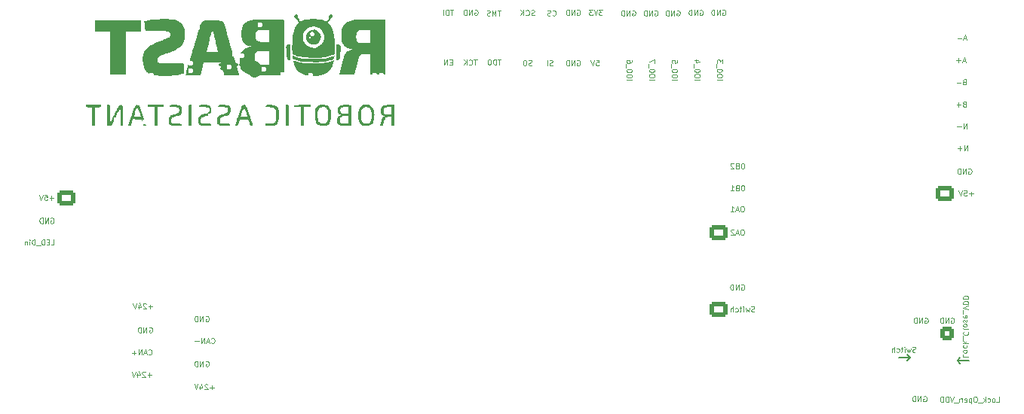
<source format=gbo>
%TF.GenerationSoftware,KiCad,Pcbnew,8.0.3-8.0.3-0~ubuntu22.04.1*%
%TF.CreationDate,2024-06-05T11:38:55+02:00*%
%TF.ProjectId,Drawer_Controller_v4,44726177-6572-45f4-936f-6e74726f6c6c,rev?*%
%TF.SameCoordinates,Original*%
%TF.FileFunction,Legend,Bot*%
%TF.FilePolarity,Positive*%
%FSLAX46Y46*%
G04 Gerber Fmt 4.6, Leading zero omitted, Abs format (unit mm)*
G04 Created by KiCad (PCBNEW 8.0.3-8.0.3-0~ubuntu22.04.1) date 2024-06-05 11:38:55*
%MOMM*%
%LPD*%
G01*
G04 APERTURE LIST*
G04 Aperture macros list*
%AMRoundRect*
0 Rectangle with rounded corners*
0 $1 Rounding radius*
0 $2 $3 $4 $5 $6 $7 $8 $9 X,Y pos of 4 corners*
0 Add a 4 corners polygon primitive as box body*
4,1,4,$2,$3,$4,$5,$6,$7,$8,$9,$2,$3,0*
0 Add four circle primitives for the rounded corners*
1,1,$1+$1,$2,$3*
1,1,$1+$1,$4,$5*
1,1,$1+$1,$6,$7*
1,1,$1+$1,$8,$9*
0 Add four rect primitives between the rounded corners*
20,1,$1+$1,$2,$3,$4,$5,0*
20,1,$1+$1,$4,$5,$6,$7,0*
20,1,$1+$1,$6,$7,$8,$9,0*
20,1,$1+$1,$8,$9,$2,$3,0*%
G04 Aperture macros list end*
%ADD10C,0.100000*%
%ADD11C,0.150000*%
%ADD12C,0.300000*%
%ADD13C,0.000000*%
%ADD14C,2.600000*%
%ADD15C,3.800000*%
%ADD16O,1.704000X0.954000*%
%ADD17O,1.004000X1.784000*%
%ADD18O,2.000000X2.800000*%
%ADD19RoundRect,0.250000X-0.725000X0.600000X-0.725000X-0.600000X0.725000X-0.600000X0.725000X0.600000X0*%
%ADD20O,1.950000X1.700000*%
%ADD21C,3.600000*%
%ADD22C,9.200000*%
%ADD23R,1.700000X1.700000*%
%ADD24O,1.700000X1.700000*%
%ADD25RoundRect,0.250000X0.725000X-0.600000X0.725000X0.600000X-0.725000X0.600000X-0.725000X-0.600000X0*%
%ADD26C,2.000000*%
%ADD27C,3.000000*%
%ADD28RoundRect,0.250001X-0.499999X0.499999X-0.499999X-0.499999X0.499999X-0.499999X0.499999X0.499999X0*%
%ADD29C,1.500000*%
%ADD30C,3.250000*%
%ADD31C,1.612000*%
%ADD32C,2.304000*%
%ADD33C,0.600000*%
G04 APERTURE END LIST*
D10*
X186919925Y-134092800D02*
X186834211Y-134121371D01*
X186834211Y-134121371D02*
X186691353Y-134121371D01*
X186691353Y-134121371D02*
X186634211Y-134092800D01*
X186634211Y-134092800D02*
X186605639Y-134064228D01*
X186605639Y-134064228D02*
X186577068Y-134007085D01*
X186577068Y-134007085D02*
X186577068Y-133949942D01*
X186577068Y-133949942D02*
X186605639Y-133892800D01*
X186605639Y-133892800D02*
X186634211Y-133864228D01*
X186634211Y-133864228D02*
X186691353Y-133835657D01*
X186691353Y-133835657D02*
X186805639Y-133807085D01*
X186805639Y-133807085D02*
X186862782Y-133778514D01*
X186862782Y-133778514D02*
X186891353Y-133749942D01*
X186891353Y-133749942D02*
X186919925Y-133692800D01*
X186919925Y-133692800D02*
X186919925Y-133635657D01*
X186919925Y-133635657D02*
X186891353Y-133578514D01*
X186891353Y-133578514D02*
X186862782Y-133549942D01*
X186862782Y-133549942D02*
X186805639Y-133521371D01*
X186805639Y-133521371D02*
X186662782Y-133521371D01*
X186662782Y-133521371D02*
X186577068Y-133549942D01*
X186377067Y-133721371D02*
X186262782Y-134121371D01*
X186262782Y-134121371D02*
X186148496Y-133835657D01*
X186148496Y-133835657D02*
X186034210Y-134121371D01*
X186034210Y-134121371D02*
X185919924Y-133721371D01*
X185691353Y-134121371D02*
X185691353Y-133721371D01*
X185691353Y-133521371D02*
X185719925Y-133549942D01*
X185719925Y-133549942D02*
X185691353Y-133578514D01*
X185691353Y-133578514D02*
X185662782Y-133549942D01*
X185662782Y-133549942D02*
X185691353Y-133521371D01*
X185691353Y-133521371D02*
X185691353Y-133578514D01*
X185491354Y-133721371D02*
X185262782Y-133721371D01*
X185405639Y-133521371D02*
X185405639Y-134035657D01*
X185405639Y-134035657D02*
X185377068Y-134092800D01*
X185377068Y-134092800D02*
X185319925Y-134121371D01*
X185319925Y-134121371D02*
X185262782Y-134121371D01*
X184805640Y-134092800D02*
X184862782Y-134121371D01*
X184862782Y-134121371D02*
X184977068Y-134121371D01*
X184977068Y-134121371D02*
X185034211Y-134092800D01*
X185034211Y-134092800D02*
X185062782Y-134064228D01*
X185062782Y-134064228D02*
X185091354Y-134007085D01*
X185091354Y-134007085D02*
X185091354Y-133835657D01*
X185091354Y-133835657D02*
X185062782Y-133778514D01*
X185062782Y-133778514D02*
X185034211Y-133749942D01*
X185034211Y-133749942D02*
X184977068Y-133721371D01*
X184977068Y-133721371D02*
X184862782Y-133721371D01*
X184862782Y-133721371D02*
X184805640Y-133749942D01*
X184548496Y-134121371D02*
X184548496Y-133521371D01*
X184291354Y-134121371D02*
X184291354Y-133807085D01*
X184291354Y-133807085D02*
X184319925Y-133749942D01*
X184319925Y-133749942D02*
X184377068Y-133721371D01*
X184377068Y-133721371D02*
X184462782Y-133721371D01*
X184462782Y-133721371D02*
X184519925Y-133749942D01*
X184519925Y-133749942D02*
X184548496Y-133778514D01*
X210841353Y-115971371D02*
X210841353Y-115371371D01*
X210841353Y-115371371D02*
X210498496Y-115971371D01*
X210498496Y-115971371D02*
X210498496Y-115371371D01*
X210212782Y-115742800D02*
X209755640Y-115742800D01*
X209984211Y-115971371D02*
X209984211Y-115514228D01*
X125327068Y-139699942D02*
X125384211Y-139671371D01*
X125384211Y-139671371D02*
X125469925Y-139671371D01*
X125469925Y-139671371D02*
X125555639Y-139699942D01*
X125555639Y-139699942D02*
X125612782Y-139757085D01*
X125612782Y-139757085D02*
X125641353Y-139814228D01*
X125641353Y-139814228D02*
X125669925Y-139928514D01*
X125669925Y-139928514D02*
X125669925Y-140014228D01*
X125669925Y-140014228D02*
X125641353Y-140128514D01*
X125641353Y-140128514D02*
X125612782Y-140185657D01*
X125612782Y-140185657D02*
X125555639Y-140242800D01*
X125555639Y-140242800D02*
X125469925Y-140271371D01*
X125469925Y-140271371D02*
X125412782Y-140271371D01*
X125412782Y-140271371D02*
X125327068Y-140242800D01*
X125327068Y-140242800D02*
X125298496Y-140214228D01*
X125298496Y-140214228D02*
X125298496Y-140014228D01*
X125298496Y-140014228D02*
X125412782Y-140014228D01*
X125041353Y-140271371D02*
X125041353Y-139671371D01*
X125041353Y-139671371D02*
X124698496Y-140271371D01*
X124698496Y-140271371D02*
X124698496Y-139671371D01*
X124412782Y-140271371D02*
X124412782Y-139671371D01*
X124412782Y-139671371D02*
X124269925Y-139671371D01*
X124269925Y-139671371D02*
X124184211Y-139699942D01*
X124184211Y-139699942D02*
X124127068Y-139757085D01*
X124127068Y-139757085D02*
X124098497Y-139814228D01*
X124098497Y-139814228D02*
X124069925Y-139928514D01*
X124069925Y-139928514D02*
X124069925Y-140014228D01*
X124069925Y-140014228D02*
X124098497Y-140128514D01*
X124098497Y-140128514D02*
X124127068Y-140185657D01*
X124127068Y-140185657D02*
X124184211Y-140242800D01*
X124184211Y-140242800D02*
X124269925Y-140271371D01*
X124269925Y-140271371D02*
X124412782Y-140271371D01*
X177653628Y-108066353D02*
X178253628Y-108066353D01*
X178253628Y-107666354D02*
X178253628Y-107552068D01*
X178253628Y-107552068D02*
X178225057Y-107494925D01*
X178225057Y-107494925D02*
X178167914Y-107437782D01*
X178167914Y-107437782D02*
X178053628Y-107409211D01*
X178053628Y-107409211D02*
X177853628Y-107409211D01*
X177853628Y-107409211D02*
X177739342Y-107437782D01*
X177739342Y-107437782D02*
X177682200Y-107494925D01*
X177682200Y-107494925D02*
X177653628Y-107552068D01*
X177653628Y-107552068D02*
X177653628Y-107666354D01*
X177653628Y-107666354D02*
X177682200Y-107723497D01*
X177682200Y-107723497D02*
X177739342Y-107780639D01*
X177739342Y-107780639D02*
X177853628Y-107809211D01*
X177853628Y-107809211D02*
X178053628Y-107809211D01*
X178053628Y-107809211D02*
X178167914Y-107780639D01*
X178167914Y-107780639D02*
X178225057Y-107723497D01*
X178225057Y-107723497D02*
X178253628Y-107666354D01*
X178253628Y-107037783D02*
X178253628Y-106980640D01*
X178253628Y-106980640D02*
X178225057Y-106923497D01*
X178225057Y-106923497D02*
X178196485Y-106894926D01*
X178196485Y-106894926D02*
X178139342Y-106866354D01*
X178139342Y-106866354D02*
X178025057Y-106837783D01*
X178025057Y-106837783D02*
X177882200Y-106837783D01*
X177882200Y-106837783D02*
X177767914Y-106866354D01*
X177767914Y-106866354D02*
X177710771Y-106894926D01*
X177710771Y-106894926D02*
X177682200Y-106923497D01*
X177682200Y-106923497D02*
X177653628Y-106980640D01*
X177653628Y-106980640D02*
X177653628Y-107037783D01*
X177653628Y-107037783D02*
X177682200Y-107094926D01*
X177682200Y-107094926D02*
X177710771Y-107123497D01*
X177710771Y-107123497D02*
X177767914Y-107152068D01*
X177767914Y-107152068D02*
X177882200Y-107180640D01*
X177882200Y-107180640D02*
X178025057Y-107180640D01*
X178025057Y-107180640D02*
X178139342Y-107152068D01*
X178139342Y-107152068D02*
X178196485Y-107123497D01*
X178196485Y-107123497D02*
X178225057Y-107094926D01*
X178225057Y-107094926D02*
X178253628Y-107037783D01*
X177596485Y-106723497D02*
X177596485Y-106266354D01*
X178253628Y-105837782D02*
X178253628Y-106123496D01*
X178253628Y-106123496D02*
X177967914Y-106152068D01*
X177967914Y-106152068D02*
X177996485Y-106123496D01*
X177996485Y-106123496D02*
X178025057Y-106066354D01*
X178025057Y-106066354D02*
X178025057Y-105923496D01*
X178025057Y-105923496D02*
X177996485Y-105866354D01*
X177996485Y-105866354D02*
X177967914Y-105837782D01*
X177967914Y-105837782D02*
X177910771Y-105809211D01*
X177910771Y-105809211D02*
X177767914Y-105809211D01*
X177767914Y-105809211D02*
X177710771Y-105837782D01*
X177710771Y-105837782D02*
X177682200Y-105866354D01*
X177682200Y-105866354D02*
X177653628Y-105923496D01*
X177653628Y-105923496D02*
X177653628Y-106066354D01*
X177653628Y-106066354D02*
X177682200Y-106123496D01*
X177682200Y-106123496D02*
X177710771Y-106152068D01*
X152991353Y-106057085D02*
X152791353Y-106057085D01*
X152705639Y-106371371D02*
X152991353Y-106371371D01*
X152991353Y-106371371D02*
X152991353Y-105771371D01*
X152991353Y-105771371D02*
X152705639Y-105771371D01*
X152448496Y-106371371D02*
X152448496Y-105771371D01*
X152448496Y-105771371D02*
X152105639Y-106371371D01*
X152105639Y-106371371D02*
X152105639Y-105771371D01*
X126241353Y-142642800D02*
X125784211Y-142642800D01*
X126012782Y-142871371D02*
X126012782Y-142414228D01*
X125527068Y-142328514D02*
X125498496Y-142299942D01*
X125498496Y-142299942D02*
X125441354Y-142271371D01*
X125441354Y-142271371D02*
X125298496Y-142271371D01*
X125298496Y-142271371D02*
X125241354Y-142299942D01*
X125241354Y-142299942D02*
X125212782Y-142328514D01*
X125212782Y-142328514D02*
X125184211Y-142385657D01*
X125184211Y-142385657D02*
X125184211Y-142442800D01*
X125184211Y-142442800D02*
X125212782Y-142528514D01*
X125212782Y-142528514D02*
X125555639Y-142871371D01*
X125555639Y-142871371D02*
X125184211Y-142871371D01*
X124669925Y-142471371D02*
X124669925Y-142871371D01*
X124812782Y-142242800D02*
X124955639Y-142671371D01*
X124955639Y-142671371D02*
X124584210Y-142671371D01*
X124441353Y-142271371D02*
X124241353Y-142871371D01*
X124241353Y-142871371D02*
X124041353Y-142271371D01*
X175752068Y-100249942D02*
X175809211Y-100221371D01*
X175809211Y-100221371D02*
X175894925Y-100221371D01*
X175894925Y-100221371D02*
X175980639Y-100249942D01*
X175980639Y-100249942D02*
X176037782Y-100307085D01*
X176037782Y-100307085D02*
X176066353Y-100364228D01*
X176066353Y-100364228D02*
X176094925Y-100478514D01*
X176094925Y-100478514D02*
X176094925Y-100564228D01*
X176094925Y-100564228D02*
X176066353Y-100678514D01*
X176066353Y-100678514D02*
X176037782Y-100735657D01*
X176037782Y-100735657D02*
X175980639Y-100792800D01*
X175980639Y-100792800D02*
X175894925Y-100821371D01*
X175894925Y-100821371D02*
X175837782Y-100821371D01*
X175837782Y-100821371D02*
X175752068Y-100792800D01*
X175752068Y-100792800D02*
X175723496Y-100764228D01*
X175723496Y-100764228D02*
X175723496Y-100564228D01*
X175723496Y-100564228D02*
X175837782Y-100564228D01*
X175466353Y-100821371D02*
X175466353Y-100221371D01*
X175466353Y-100221371D02*
X175123496Y-100821371D01*
X175123496Y-100821371D02*
X175123496Y-100221371D01*
X174837782Y-100821371D02*
X174837782Y-100221371D01*
X174837782Y-100221371D02*
X174694925Y-100221371D01*
X174694925Y-100221371D02*
X174609211Y-100249942D01*
X174609211Y-100249942D02*
X174552068Y-100307085D01*
X174552068Y-100307085D02*
X174523497Y-100364228D01*
X174523497Y-100364228D02*
X174494925Y-100478514D01*
X174494925Y-100478514D02*
X174494925Y-100564228D01*
X174494925Y-100564228D02*
X174523497Y-100678514D01*
X174523497Y-100678514D02*
X174552068Y-100735657D01*
X174552068Y-100735657D02*
X174609211Y-100792800D01*
X174609211Y-100792800D02*
X174694925Y-100821371D01*
X174694925Y-100821371D02*
X174837782Y-100821371D01*
X125327068Y-134649942D02*
X125384211Y-134621371D01*
X125384211Y-134621371D02*
X125469925Y-134621371D01*
X125469925Y-134621371D02*
X125555639Y-134649942D01*
X125555639Y-134649942D02*
X125612782Y-134707085D01*
X125612782Y-134707085D02*
X125641353Y-134764228D01*
X125641353Y-134764228D02*
X125669925Y-134878514D01*
X125669925Y-134878514D02*
X125669925Y-134964228D01*
X125669925Y-134964228D02*
X125641353Y-135078514D01*
X125641353Y-135078514D02*
X125612782Y-135135657D01*
X125612782Y-135135657D02*
X125555639Y-135192800D01*
X125555639Y-135192800D02*
X125469925Y-135221371D01*
X125469925Y-135221371D02*
X125412782Y-135221371D01*
X125412782Y-135221371D02*
X125327068Y-135192800D01*
X125327068Y-135192800D02*
X125298496Y-135164228D01*
X125298496Y-135164228D02*
X125298496Y-134964228D01*
X125298496Y-134964228D02*
X125412782Y-134964228D01*
X125041353Y-135221371D02*
X125041353Y-134621371D01*
X125041353Y-134621371D02*
X124698496Y-135221371D01*
X124698496Y-135221371D02*
X124698496Y-134621371D01*
X124412782Y-135221371D02*
X124412782Y-134621371D01*
X124412782Y-134621371D02*
X124269925Y-134621371D01*
X124269925Y-134621371D02*
X124184211Y-134649942D01*
X124184211Y-134649942D02*
X124127068Y-134707085D01*
X124127068Y-134707085D02*
X124098497Y-134764228D01*
X124098497Y-134764228D02*
X124069925Y-134878514D01*
X124069925Y-134878514D02*
X124069925Y-134964228D01*
X124069925Y-134964228D02*
X124098497Y-135078514D01*
X124098497Y-135078514D02*
X124127068Y-135135657D01*
X124127068Y-135135657D02*
X124184211Y-135192800D01*
X124184211Y-135192800D02*
X124269925Y-135221371D01*
X124269925Y-135221371D02*
X124412782Y-135221371D01*
X205019925Y-138642800D02*
X204934211Y-138671371D01*
X204934211Y-138671371D02*
X204791353Y-138671371D01*
X204791353Y-138671371D02*
X204734211Y-138642800D01*
X204734211Y-138642800D02*
X204705639Y-138614228D01*
X204705639Y-138614228D02*
X204677068Y-138557085D01*
X204677068Y-138557085D02*
X204677068Y-138499942D01*
X204677068Y-138499942D02*
X204705639Y-138442800D01*
X204705639Y-138442800D02*
X204734211Y-138414228D01*
X204734211Y-138414228D02*
X204791353Y-138385657D01*
X204791353Y-138385657D02*
X204905639Y-138357085D01*
X204905639Y-138357085D02*
X204962782Y-138328514D01*
X204962782Y-138328514D02*
X204991353Y-138299942D01*
X204991353Y-138299942D02*
X205019925Y-138242800D01*
X205019925Y-138242800D02*
X205019925Y-138185657D01*
X205019925Y-138185657D02*
X204991353Y-138128514D01*
X204991353Y-138128514D02*
X204962782Y-138099942D01*
X204962782Y-138099942D02*
X204905639Y-138071371D01*
X204905639Y-138071371D02*
X204762782Y-138071371D01*
X204762782Y-138071371D02*
X204677068Y-138099942D01*
X204477067Y-138271371D02*
X204362782Y-138671371D01*
X204362782Y-138671371D02*
X204248496Y-138385657D01*
X204248496Y-138385657D02*
X204134210Y-138671371D01*
X204134210Y-138671371D02*
X204019924Y-138271371D01*
X203791353Y-138671371D02*
X203791353Y-138271371D01*
X203791353Y-138071371D02*
X203819925Y-138099942D01*
X203819925Y-138099942D02*
X203791353Y-138128514D01*
X203791353Y-138128514D02*
X203762782Y-138099942D01*
X203762782Y-138099942D02*
X203791353Y-138071371D01*
X203791353Y-138071371D02*
X203791353Y-138128514D01*
X203591354Y-138271371D02*
X203362782Y-138271371D01*
X203505639Y-138071371D02*
X203505639Y-138585657D01*
X203505639Y-138585657D02*
X203477068Y-138642800D01*
X203477068Y-138642800D02*
X203419925Y-138671371D01*
X203419925Y-138671371D02*
X203362782Y-138671371D01*
X202905640Y-138642800D02*
X202962782Y-138671371D01*
X202962782Y-138671371D02*
X203077068Y-138671371D01*
X203077068Y-138671371D02*
X203134211Y-138642800D01*
X203134211Y-138642800D02*
X203162782Y-138614228D01*
X203162782Y-138614228D02*
X203191354Y-138557085D01*
X203191354Y-138557085D02*
X203191354Y-138385657D01*
X203191354Y-138385657D02*
X203162782Y-138328514D01*
X203162782Y-138328514D02*
X203134211Y-138299942D01*
X203134211Y-138299942D02*
X203077068Y-138271371D01*
X203077068Y-138271371D02*
X202962782Y-138271371D01*
X202962782Y-138271371D02*
X202905640Y-138299942D01*
X202648496Y-138671371D02*
X202648496Y-138071371D01*
X202391354Y-138671371D02*
X202391354Y-138357085D01*
X202391354Y-138357085D02*
X202419925Y-138299942D01*
X202419925Y-138299942D02*
X202477068Y-138271371D01*
X202477068Y-138271371D02*
X202562782Y-138271371D01*
X202562782Y-138271371D02*
X202619925Y-138299942D01*
X202619925Y-138299942D02*
X202648496Y-138328514D01*
X164269925Y-106392800D02*
X164184211Y-106421371D01*
X164184211Y-106421371D02*
X164041353Y-106421371D01*
X164041353Y-106421371D02*
X163984211Y-106392800D01*
X163984211Y-106392800D02*
X163955639Y-106364228D01*
X163955639Y-106364228D02*
X163927068Y-106307085D01*
X163927068Y-106307085D02*
X163927068Y-106249942D01*
X163927068Y-106249942D02*
X163955639Y-106192800D01*
X163955639Y-106192800D02*
X163984211Y-106164228D01*
X163984211Y-106164228D02*
X164041353Y-106135657D01*
X164041353Y-106135657D02*
X164155639Y-106107085D01*
X164155639Y-106107085D02*
X164212782Y-106078514D01*
X164212782Y-106078514D02*
X164241353Y-106049942D01*
X164241353Y-106049942D02*
X164269925Y-105992800D01*
X164269925Y-105992800D02*
X164269925Y-105935657D01*
X164269925Y-105935657D02*
X164241353Y-105878514D01*
X164241353Y-105878514D02*
X164212782Y-105849942D01*
X164212782Y-105849942D02*
X164155639Y-105821371D01*
X164155639Y-105821371D02*
X164012782Y-105821371D01*
X164012782Y-105821371D02*
X163927068Y-105849942D01*
X163669924Y-106421371D02*
X163669924Y-105821371D01*
X210378628Y-138905639D02*
X210378628Y-139191353D01*
X210378628Y-139191353D02*
X210978628Y-139191353D01*
X210378628Y-138619925D02*
X210407200Y-138677068D01*
X210407200Y-138677068D02*
X210435771Y-138705639D01*
X210435771Y-138705639D02*
X210492914Y-138734211D01*
X210492914Y-138734211D02*
X210664342Y-138734211D01*
X210664342Y-138734211D02*
X210721485Y-138705639D01*
X210721485Y-138705639D02*
X210750057Y-138677068D01*
X210750057Y-138677068D02*
X210778628Y-138619925D01*
X210778628Y-138619925D02*
X210778628Y-138534211D01*
X210778628Y-138534211D02*
X210750057Y-138477068D01*
X210750057Y-138477068D02*
X210721485Y-138448497D01*
X210721485Y-138448497D02*
X210664342Y-138419925D01*
X210664342Y-138419925D02*
X210492914Y-138419925D01*
X210492914Y-138419925D02*
X210435771Y-138448497D01*
X210435771Y-138448497D02*
X210407200Y-138477068D01*
X210407200Y-138477068D02*
X210378628Y-138534211D01*
X210378628Y-138534211D02*
X210378628Y-138619925D01*
X210407200Y-137905640D02*
X210378628Y-137962782D01*
X210378628Y-137962782D02*
X210378628Y-138077068D01*
X210378628Y-138077068D02*
X210407200Y-138134211D01*
X210407200Y-138134211D02*
X210435771Y-138162782D01*
X210435771Y-138162782D02*
X210492914Y-138191354D01*
X210492914Y-138191354D02*
X210664342Y-138191354D01*
X210664342Y-138191354D02*
X210721485Y-138162782D01*
X210721485Y-138162782D02*
X210750057Y-138134211D01*
X210750057Y-138134211D02*
X210778628Y-138077068D01*
X210778628Y-138077068D02*
X210778628Y-137962782D01*
X210778628Y-137962782D02*
X210750057Y-137905640D01*
X210378628Y-137648496D02*
X210978628Y-137648496D01*
X210607200Y-137591354D02*
X210378628Y-137419925D01*
X210778628Y-137419925D02*
X210550057Y-137648496D01*
X210321485Y-137305640D02*
X210321485Y-136848497D01*
X210435771Y-136362782D02*
X210407200Y-136391354D01*
X210407200Y-136391354D02*
X210378628Y-136477068D01*
X210378628Y-136477068D02*
X210378628Y-136534211D01*
X210378628Y-136534211D02*
X210407200Y-136619925D01*
X210407200Y-136619925D02*
X210464342Y-136677068D01*
X210464342Y-136677068D02*
X210521485Y-136705639D01*
X210521485Y-136705639D02*
X210635771Y-136734211D01*
X210635771Y-136734211D02*
X210721485Y-136734211D01*
X210721485Y-136734211D02*
X210835771Y-136705639D01*
X210835771Y-136705639D02*
X210892914Y-136677068D01*
X210892914Y-136677068D02*
X210950057Y-136619925D01*
X210950057Y-136619925D02*
X210978628Y-136534211D01*
X210978628Y-136534211D02*
X210978628Y-136477068D01*
X210978628Y-136477068D02*
X210950057Y-136391354D01*
X210950057Y-136391354D02*
X210921485Y-136362782D01*
X210378628Y-136019925D02*
X210407200Y-136077068D01*
X210407200Y-136077068D02*
X210464342Y-136105639D01*
X210464342Y-136105639D02*
X210978628Y-136105639D01*
X210378628Y-135705639D02*
X210407200Y-135762782D01*
X210407200Y-135762782D02*
X210435771Y-135791353D01*
X210435771Y-135791353D02*
X210492914Y-135819925D01*
X210492914Y-135819925D02*
X210664342Y-135819925D01*
X210664342Y-135819925D02*
X210721485Y-135791353D01*
X210721485Y-135791353D02*
X210750057Y-135762782D01*
X210750057Y-135762782D02*
X210778628Y-135705639D01*
X210778628Y-135705639D02*
X210778628Y-135619925D01*
X210778628Y-135619925D02*
X210750057Y-135562782D01*
X210750057Y-135562782D02*
X210721485Y-135534211D01*
X210721485Y-135534211D02*
X210664342Y-135505639D01*
X210664342Y-135505639D02*
X210492914Y-135505639D01*
X210492914Y-135505639D02*
X210435771Y-135534211D01*
X210435771Y-135534211D02*
X210407200Y-135562782D01*
X210407200Y-135562782D02*
X210378628Y-135619925D01*
X210378628Y-135619925D02*
X210378628Y-135705639D01*
X210407200Y-135277068D02*
X210378628Y-135219925D01*
X210378628Y-135219925D02*
X210378628Y-135105639D01*
X210378628Y-135105639D02*
X210407200Y-135048496D01*
X210407200Y-135048496D02*
X210464342Y-135019925D01*
X210464342Y-135019925D02*
X210492914Y-135019925D01*
X210492914Y-135019925D02*
X210550057Y-135048496D01*
X210550057Y-135048496D02*
X210578628Y-135105639D01*
X210578628Y-135105639D02*
X210578628Y-135191354D01*
X210578628Y-135191354D02*
X210607200Y-135248496D01*
X210607200Y-135248496D02*
X210664342Y-135277068D01*
X210664342Y-135277068D02*
X210692914Y-135277068D01*
X210692914Y-135277068D02*
X210750057Y-135248496D01*
X210750057Y-135248496D02*
X210778628Y-135191354D01*
X210778628Y-135191354D02*
X210778628Y-135105639D01*
X210778628Y-135105639D02*
X210750057Y-135048496D01*
X210407200Y-134534211D02*
X210378628Y-134591354D01*
X210378628Y-134591354D02*
X210378628Y-134705640D01*
X210378628Y-134705640D02*
X210407200Y-134762782D01*
X210407200Y-134762782D02*
X210464342Y-134791354D01*
X210464342Y-134791354D02*
X210692914Y-134791354D01*
X210692914Y-134791354D02*
X210750057Y-134762782D01*
X210750057Y-134762782D02*
X210778628Y-134705640D01*
X210778628Y-134705640D02*
X210778628Y-134591354D01*
X210778628Y-134591354D02*
X210750057Y-134534211D01*
X210750057Y-134534211D02*
X210692914Y-134505640D01*
X210692914Y-134505640D02*
X210635771Y-134505640D01*
X210635771Y-134505640D02*
X210578628Y-134791354D01*
X210321485Y-134391354D02*
X210321485Y-133934211D01*
X210978628Y-133877068D02*
X210378628Y-133677068D01*
X210378628Y-133677068D02*
X210978628Y-133477068D01*
X210378628Y-133277067D02*
X210978628Y-133277067D01*
X210978628Y-133277067D02*
X210978628Y-133134210D01*
X210978628Y-133134210D02*
X210950057Y-133048496D01*
X210950057Y-133048496D02*
X210892914Y-132991353D01*
X210892914Y-132991353D02*
X210835771Y-132962782D01*
X210835771Y-132962782D02*
X210721485Y-132934210D01*
X210721485Y-132934210D02*
X210635771Y-132934210D01*
X210635771Y-132934210D02*
X210521485Y-132962782D01*
X210521485Y-132962782D02*
X210464342Y-132991353D01*
X210464342Y-132991353D02*
X210407200Y-133048496D01*
X210407200Y-133048496D02*
X210378628Y-133134210D01*
X210378628Y-133134210D02*
X210378628Y-133277067D01*
X210378628Y-132677067D02*
X210978628Y-132677067D01*
X210978628Y-132677067D02*
X210978628Y-132534210D01*
X210978628Y-132534210D02*
X210950057Y-132448496D01*
X210950057Y-132448496D02*
X210892914Y-132391353D01*
X210892914Y-132391353D02*
X210835771Y-132362782D01*
X210835771Y-132362782D02*
X210721485Y-132334210D01*
X210721485Y-132334210D02*
X210635771Y-132334210D01*
X210635771Y-132334210D02*
X210521485Y-132362782D01*
X210521485Y-132362782D02*
X210464342Y-132391353D01*
X210464342Y-132391353D02*
X210407200Y-132448496D01*
X210407200Y-132448496D02*
X210378628Y-132534210D01*
X210378628Y-132534210D02*
X210378628Y-132677067D01*
X118898496Y-138914228D02*
X118927068Y-138942800D01*
X118927068Y-138942800D02*
X119012782Y-138971371D01*
X119012782Y-138971371D02*
X119069925Y-138971371D01*
X119069925Y-138971371D02*
X119155639Y-138942800D01*
X119155639Y-138942800D02*
X119212782Y-138885657D01*
X119212782Y-138885657D02*
X119241353Y-138828514D01*
X119241353Y-138828514D02*
X119269925Y-138714228D01*
X119269925Y-138714228D02*
X119269925Y-138628514D01*
X119269925Y-138628514D02*
X119241353Y-138514228D01*
X119241353Y-138514228D02*
X119212782Y-138457085D01*
X119212782Y-138457085D02*
X119155639Y-138399942D01*
X119155639Y-138399942D02*
X119069925Y-138371371D01*
X119069925Y-138371371D02*
X119012782Y-138371371D01*
X119012782Y-138371371D02*
X118927068Y-138399942D01*
X118927068Y-138399942D02*
X118898496Y-138428514D01*
X118669925Y-138799942D02*
X118384211Y-138799942D01*
X118727068Y-138971371D02*
X118527068Y-138371371D01*
X118527068Y-138371371D02*
X118327068Y-138971371D01*
X118127067Y-138971371D02*
X118127067Y-138371371D01*
X118127067Y-138371371D02*
X117784210Y-138971371D01*
X117784210Y-138971371D02*
X117784210Y-138371371D01*
X117498496Y-138742800D02*
X117041354Y-138742800D01*
X117269925Y-138971371D02*
X117269925Y-138514228D01*
X185627068Y-122271371D02*
X185512782Y-122271371D01*
X185512782Y-122271371D02*
X185455639Y-122299942D01*
X185455639Y-122299942D02*
X185398496Y-122357085D01*
X185398496Y-122357085D02*
X185369925Y-122471371D01*
X185369925Y-122471371D02*
X185369925Y-122671371D01*
X185369925Y-122671371D02*
X185398496Y-122785657D01*
X185398496Y-122785657D02*
X185455639Y-122842800D01*
X185455639Y-122842800D02*
X185512782Y-122871371D01*
X185512782Y-122871371D02*
X185627068Y-122871371D01*
X185627068Y-122871371D02*
X185684211Y-122842800D01*
X185684211Y-122842800D02*
X185741353Y-122785657D01*
X185741353Y-122785657D02*
X185769925Y-122671371D01*
X185769925Y-122671371D02*
X185769925Y-122471371D01*
X185769925Y-122471371D02*
X185741353Y-122357085D01*
X185741353Y-122357085D02*
X185684211Y-122299942D01*
X185684211Y-122299942D02*
X185627068Y-122271371D01*
X185141354Y-122699942D02*
X184855640Y-122699942D01*
X185198497Y-122871371D02*
X184998497Y-122271371D01*
X184998497Y-122271371D02*
X184798497Y-122871371D01*
X184284211Y-122871371D02*
X184627068Y-122871371D01*
X184455639Y-122871371D02*
X184455639Y-122271371D01*
X184455639Y-122271371D02*
X184512782Y-122357085D01*
X184512782Y-122357085D02*
X184569925Y-122414228D01*
X184569925Y-122414228D02*
X184627068Y-122442800D01*
X214105639Y-144271371D02*
X214391353Y-144271371D01*
X214391353Y-144271371D02*
X214391353Y-143671371D01*
X213819925Y-144271371D02*
X213877068Y-144242800D01*
X213877068Y-144242800D02*
X213905639Y-144214228D01*
X213905639Y-144214228D02*
X213934211Y-144157085D01*
X213934211Y-144157085D02*
X213934211Y-143985657D01*
X213934211Y-143985657D02*
X213905639Y-143928514D01*
X213905639Y-143928514D02*
X213877068Y-143899942D01*
X213877068Y-143899942D02*
X213819925Y-143871371D01*
X213819925Y-143871371D02*
X213734211Y-143871371D01*
X213734211Y-143871371D02*
X213677068Y-143899942D01*
X213677068Y-143899942D02*
X213648497Y-143928514D01*
X213648497Y-143928514D02*
X213619925Y-143985657D01*
X213619925Y-143985657D02*
X213619925Y-144157085D01*
X213619925Y-144157085D02*
X213648497Y-144214228D01*
X213648497Y-144214228D02*
X213677068Y-144242800D01*
X213677068Y-144242800D02*
X213734211Y-144271371D01*
X213734211Y-144271371D02*
X213819925Y-144271371D01*
X213105640Y-144242800D02*
X213162782Y-144271371D01*
X213162782Y-144271371D02*
X213277068Y-144271371D01*
X213277068Y-144271371D02*
X213334211Y-144242800D01*
X213334211Y-144242800D02*
X213362782Y-144214228D01*
X213362782Y-144214228D02*
X213391354Y-144157085D01*
X213391354Y-144157085D02*
X213391354Y-143985657D01*
X213391354Y-143985657D02*
X213362782Y-143928514D01*
X213362782Y-143928514D02*
X213334211Y-143899942D01*
X213334211Y-143899942D02*
X213277068Y-143871371D01*
X213277068Y-143871371D02*
X213162782Y-143871371D01*
X213162782Y-143871371D02*
X213105640Y-143899942D01*
X212848496Y-144271371D02*
X212848496Y-143671371D01*
X212791354Y-144042800D02*
X212619925Y-144271371D01*
X212619925Y-143871371D02*
X212848496Y-144099942D01*
X212505640Y-144328514D02*
X212048497Y-144328514D01*
X211791354Y-143671371D02*
X211677068Y-143671371D01*
X211677068Y-143671371D02*
X211619925Y-143699942D01*
X211619925Y-143699942D02*
X211562782Y-143757085D01*
X211562782Y-143757085D02*
X211534211Y-143871371D01*
X211534211Y-143871371D02*
X211534211Y-144071371D01*
X211534211Y-144071371D02*
X211562782Y-144185657D01*
X211562782Y-144185657D02*
X211619925Y-144242800D01*
X211619925Y-144242800D02*
X211677068Y-144271371D01*
X211677068Y-144271371D02*
X211791354Y-144271371D01*
X211791354Y-144271371D02*
X211848497Y-144242800D01*
X211848497Y-144242800D02*
X211905639Y-144185657D01*
X211905639Y-144185657D02*
X211934211Y-144071371D01*
X211934211Y-144071371D02*
X211934211Y-143871371D01*
X211934211Y-143871371D02*
X211905639Y-143757085D01*
X211905639Y-143757085D02*
X211848497Y-143699942D01*
X211848497Y-143699942D02*
X211791354Y-143671371D01*
X211277068Y-143871371D02*
X211277068Y-144471371D01*
X211277068Y-143899942D02*
X211219926Y-143871371D01*
X211219926Y-143871371D02*
X211105640Y-143871371D01*
X211105640Y-143871371D02*
X211048497Y-143899942D01*
X211048497Y-143899942D02*
X211019926Y-143928514D01*
X211019926Y-143928514D02*
X210991354Y-143985657D01*
X210991354Y-143985657D02*
X210991354Y-144157085D01*
X210991354Y-144157085D02*
X211019926Y-144214228D01*
X211019926Y-144214228D02*
X211048497Y-144242800D01*
X211048497Y-144242800D02*
X211105640Y-144271371D01*
X211105640Y-144271371D02*
X211219926Y-144271371D01*
X211219926Y-144271371D02*
X211277068Y-144242800D01*
X210505640Y-144242800D02*
X210562783Y-144271371D01*
X210562783Y-144271371D02*
X210677069Y-144271371D01*
X210677069Y-144271371D02*
X210734211Y-144242800D01*
X210734211Y-144242800D02*
X210762783Y-144185657D01*
X210762783Y-144185657D02*
X210762783Y-143957085D01*
X210762783Y-143957085D02*
X210734211Y-143899942D01*
X210734211Y-143899942D02*
X210677069Y-143871371D01*
X210677069Y-143871371D02*
X210562783Y-143871371D01*
X210562783Y-143871371D02*
X210505640Y-143899942D01*
X210505640Y-143899942D02*
X210477069Y-143957085D01*
X210477069Y-143957085D02*
X210477069Y-144014228D01*
X210477069Y-144014228D02*
X210762783Y-144071371D01*
X210219925Y-143871371D02*
X210219925Y-144271371D01*
X210219925Y-143928514D02*
X210191354Y-143899942D01*
X210191354Y-143899942D02*
X210134211Y-143871371D01*
X210134211Y-143871371D02*
X210048497Y-143871371D01*
X210048497Y-143871371D02*
X209991354Y-143899942D01*
X209991354Y-143899942D02*
X209962783Y-143957085D01*
X209962783Y-143957085D02*
X209962783Y-144271371D01*
X209819926Y-144328514D02*
X209362783Y-144328514D01*
X209305640Y-143671371D02*
X209105640Y-144271371D01*
X209105640Y-144271371D02*
X208905640Y-143671371D01*
X208705639Y-144271371D02*
X208705639Y-143671371D01*
X208705639Y-143671371D02*
X208562782Y-143671371D01*
X208562782Y-143671371D02*
X208477068Y-143699942D01*
X208477068Y-143699942D02*
X208419925Y-143757085D01*
X208419925Y-143757085D02*
X208391354Y-143814228D01*
X208391354Y-143814228D02*
X208362782Y-143928514D01*
X208362782Y-143928514D02*
X208362782Y-144014228D01*
X208362782Y-144014228D02*
X208391354Y-144128514D01*
X208391354Y-144128514D02*
X208419925Y-144185657D01*
X208419925Y-144185657D02*
X208477068Y-144242800D01*
X208477068Y-144242800D02*
X208562782Y-144271371D01*
X208562782Y-144271371D02*
X208705639Y-144271371D01*
X208105639Y-144271371D02*
X208105639Y-143671371D01*
X208105639Y-143671371D02*
X207962782Y-143671371D01*
X207962782Y-143671371D02*
X207877068Y-143699942D01*
X207877068Y-143699942D02*
X207819925Y-143757085D01*
X207819925Y-143757085D02*
X207791354Y-143814228D01*
X207791354Y-143814228D02*
X207762782Y-143928514D01*
X207762782Y-143928514D02*
X207762782Y-144014228D01*
X207762782Y-144014228D02*
X207791354Y-144128514D01*
X207791354Y-144128514D02*
X207819925Y-144185657D01*
X207819925Y-144185657D02*
X207877068Y-144242800D01*
X207877068Y-144242800D02*
X207962782Y-144271371D01*
X207962782Y-144271371D02*
X208105639Y-144271371D01*
X210719925Y-103399942D02*
X210434211Y-103399942D01*
X210777068Y-103571371D02*
X210577068Y-102971371D01*
X210577068Y-102971371D02*
X210377068Y-103571371D01*
X210177067Y-103342800D02*
X209719925Y-103342800D01*
X125948496Y-137614228D02*
X125977068Y-137642800D01*
X125977068Y-137642800D02*
X126062782Y-137671371D01*
X126062782Y-137671371D02*
X126119925Y-137671371D01*
X126119925Y-137671371D02*
X126205639Y-137642800D01*
X126205639Y-137642800D02*
X126262782Y-137585657D01*
X126262782Y-137585657D02*
X126291353Y-137528514D01*
X126291353Y-137528514D02*
X126319925Y-137414228D01*
X126319925Y-137414228D02*
X126319925Y-137328514D01*
X126319925Y-137328514D02*
X126291353Y-137214228D01*
X126291353Y-137214228D02*
X126262782Y-137157085D01*
X126262782Y-137157085D02*
X126205639Y-137099942D01*
X126205639Y-137099942D02*
X126119925Y-137071371D01*
X126119925Y-137071371D02*
X126062782Y-137071371D01*
X126062782Y-137071371D02*
X125977068Y-137099942D01*
X125977068Y-137099942D02*
X125948496Y-137128514D01*
X125719925Y-137499942D02*
X125434211Y-137499942D01*
X125777068Y-137671371D02*
X125577068Y-137071371D01*
X125577068Y-137071371D02*
X125377068Y-137671371D01*
X125177067Y-137671371D02*
X125177067Y-137071371D01*
X125177067Y-137071371D02*
X124834210Y-137671371D01*
X124834210Y-137671371D02*
X124834210Y-137071371D01*
X124548496Y-137442800D02*
X124091354Y-137442800D01*
X161919925Y-106392800D02*
X161834211Y-106421371D01*
X161834211Y-106421371D02*
X161691353Y-106421371D01*
X161691353Y-106421371D02*
X161634211Y-106392800D01*
X161634211Y-106392800D02*
X161605639Y-106364228D01*
X161605639Y-106364228D02*
X161577068Y-106307085D01*
X161577068Y-106307085D02*
X161577068Y-106249942D01*
X161577068Y-106249942D02*
X161605639Y-106192800D01*
X161605639Y-106192800D02*
X161634211Y-106164228D01*
X161634211Y-106164228D02*
X161691353Y-106135657D01*
X161691353Y-106135657D02*
X161805639Y-106107085D01*
X161805639Y-106107085D02*
X161862782Y-106078514D01*
X161862782Y-106078514D02*
X161891353Y-106049942D01*
X161891353Y-106049942D02*
X161919925Y-105992800D01*
X161919925Y-105992800D02*
X161919925Y-105935657D01*
X161919925Y-105935657D02*
X161891353Y-105878514D01*
X161891353Y-105878514D02*
X161862782Y-105849942D01*
X161862782Y-105849942D02*
X161805639Y-105821371D01*
X161805639Y-105821371D02*
X161662782Y-105821371D01*
X161662782Y-105821371D02*
X161577068Y-105849942D01*
X161205639Y-105821371D02*
X161091353Y-105821371D01*
X161091353Y-105821371D02*
X161034210Y-105849942D01*
X161034210Y-105849942D02*
X160977067Y-105907085D01*
X160977067Y-105907085D02*
X160948496Y-106021371D01*
X160948496Y-106021371D02*
X160948496Y-106221371D01*
X160948496Y-106221371D02*
X160977067Y-106335657D01*
X160977067Y-106335657D02*
X161034210Y-106392800D01*
X161034210Y-106392800D02*
X161091353Y-106421371D01*
X161091353Y-106421371D02*
X161205639Y-106421371D01*
X161205639Y-106421371D02*
X161262782Y-106392800D01*
X161262782Y-106392800D02*
X161319924Y-106335657D01*
X161319924Y-106335657D02*
X161348496Y-106221371D01*
X161348496Y-106221371D02*
X161348496Y-106021371D01*
X161348496Y-106021371D02*
X161319924Y-105907085D01*
X161319924Y-105907085D02*
X161262782Y-105849942D01*
X161262782Y-105849942D02*
X161205639Y-105821371D01*
D11*
X203138915Y-139298935D02*
X204434153Y-139298935D01*
X204110343Y-138975125D02*
X204434153Y-139298935D01*
X204434153Y-139298935D02*
X204110343Y-139622744D01*
D10*
X108241353Y-121342800D02*
X107784211Y-121342800D01*
X108012782Y-121571371D02*
X108012782Y-121114228D01*
X107212782Y-120971371D02*
X107498496Y-120971371D01*
X107498496Y-120971371D02*
X107527068Y-121257085D01*
X107527068Y-121257085D02*
X107498496Y-121228514D01*
X107498496Y-121228514D02*
X107441354Y-121199942D01*
X107441354Y-121199942D02*
X107298496Y-121199942D01*
X107298496Y-121199942D02*
X107241354Y-121228514D01*
X107241354Y-121228514D02*
X107212782Y-121257085D01*
X107212782Y-121257085D02*
X107184211Y-121314228D01*
X107184211Y-121314228D02*
X107184211Y-121457085D01*
X107184211Y-121457085D02*
X107212782Y-121514228D01*
X107212782Y-121514228D02*
X107241354Y-121542800D01*
X107241354Y-121542800D02*
X107298496Y-121571371D01*
X107298496Y-121571371D02*
X107441354Y-121571371D01*
X107441354Y-121571371D02*
X107498496Y-121542800D01*
X107498496Y-121542800D02*
X107527068Y-121514228D01*
X107012782Y-120971371D02*
X106812782Y-121571371D01*
X106812782Y-121571371D02*
X106612782Y-120971371D01*
X185477068Y-131099942D02*
X185534211Y-131071371D01*
X185534211Y-131071371D02*
X185619925Y-131071371D01*
X185619925Y-131071371D02*
X185705639Y-131099942D01*
X185705639Y-131099942D02*
X185762782Y-131157085D01*
X185762782Y-131157085D02*
X185791353Y-131214228D01*
X185791353Y-131214228D02*
X185819925Y-131328514D01*
X185819925Y-131328514D02*
X185819925Y-131414228D01*
X185819925Y-131414228D02*
X185791353Y-131528514D01*
X185791353Y-131528514D02*
X185762782Y-131585657D01*
X185762782Y-131585657D02*
X185705639Y-131642800D01*
X185705639Y-131642800D02*
X185619925Y-131671371D01*
X185619925Y-131671371D02*
X185562782Y-131671371D01*
X185562782Y-131671371D02*
X185477068Y-131642800D01*
X185477068Y-131642800D02*
X185448496Y-131614228D01*
X185448496Y-131614228D02*
X185448496Y-131414228D01*
X185448496Y-131414228D02*
X185562782Y-131414228D01*
X185191353Y-131671371D02*
X185191353Y-131071371D01*
X185191353Y-131071371D02*
X184848496Y-131671371D01*
X184848496Y-131671371D02*
X184848496Y-131071371D01*
X184562782Y-131671371D02*
X184562782Y-131071371D01*
X184562782Y-131071371D02*
X184419925Y-131071371D01*
X184419925Y-131071371D02*
X184334211Y-131099942D01*
X184334211Y-131099942D02*
X184277068Y-131157085D01*
X184277068Y-131157085D02*
X184248497Y-131214228D01*
X184248497Y-131214228D02*
X184219925Y-131328514D01*
X184219925Y-131328514D02*
X184219925Y-131414228D01*
X184219925Y-131414228D02*
X184248497Y-131528514D01*
X184248497Y-131528514D02*
X184277068Y-131585657D01*
X184277068Y-131585657D02*
X184334211Y-131642800D01*
X184334211Y-131642800D02*
X184419925Y-131671371D01*
X184419925Y-131671371D02*
X184562782Y-131671371D01*
X185677068Y-117421371D02*
X185562782Y-117421371D01*
X185562782Y-117421371D02*
X185505639Y-117449942D01*
X185505639Y-117449942D02*
X185448496Y-117507085D01*
X185448496Y-117507085D02*
X185419925Y-117621371D01*
X185419925Y-117621371D02*
X185419925Y-117821371D01*
X185419925Y-117821371D02*
X185448496Y-117935657D01*
X185448496Y-117935657D02*
X185505639Y-117992800D01*
X185505639Y-117992800D02*
X185562782Y-118021371D01*
X185562782Y-118021371D02*
X185677068Y-118021371D01*
X185677068Y-118021371D02*
X185734211Y-117992800D01*
X185734211Y-117992800D02*
X185791353Y-117935657D01*
X185791353Y-117935657D02*
X185819925Y-117821371D01*
X185819925Y-117821371D02*
X185819925Y-117621371D01*
X185819925Y-117621371D02*
X185791353Y-117507085D01*
X185791353Y-117507085D02*
X185734211Y-117449942D01*
X185734211Y-117449942D02*
X185677068Y-117421371D01*
X184962782Y-117707085D02*
X184877068Y-117735657D01*
X184877068Y-117735657D02*
X184848497Y-117764228D01*
X184848497Y-117764228D02*
X184819925Y-117821371D01*
X184819925Y-117821371D02*
X184819925Y-117907085D01*
X184819925Y-117907085D02*
X184848497Y-117964228D01*
X184848497Y-117964228D02*
X184877068Y-117992800D01*
X184877068Y-117992800D02*
X184934211Y-118021371D01*
X184934211Y-118021371D02*
X185162782Y-118021371D01*
X185162782Y-118021371D02*
X185162782Y-117421371D01*
X185162782Y-117421371D02*
X184962782Y-117421371D01*
X184962782Y-117421371D02*
X184905640Y-117449942D01*
X184905640Y-117449942D02*
X184877068Y-117478514D01*
X184877068Y-117478514D02*
X184848497Y-117535657D01*
X184848497Y-117535657D02*
X184848497Y-117592800D01*
X184848497Y-117592800D02*
X184877068Y-117649942D01*
X184877068Y-117649942D02*
X184905640Y-117678514D01*
X184905640Y-117678514D02*
X184962782Y-117707085D01*
X184962782Y-117707085D02*
X185162782Y-117707085D01*
X184591354Y-117478514D02*
X184562782Y-117449942D01*
X184562782Y-117449942D02*
X184505640Y-117421371D01*
X184505640Y-117421371D02*
X184362782Y-117421371D01*
X184362782Y-117421371D02*
X184305640Y-117449942D01*
X184305640Y-117449942D02*
X184277068Y-117478514D01*
X184277068Y-117478514D02*
X184248497Y-117535657D01*
X184248497Y-117535657D02*
X184248497Y-117592800D01*
X184248497Y-117592800D02*
X184277068Y-117678514D01*
X184277068Y-117678514D02*
X184619925Y-118021371D01*
X184619925Y-118021371D02*
X184248497Y-118021371D01*
X175128628Y-108041353D02*
X175728628Y-108041353D01*
X175728628Y-107641354D02*
X175728628Y-107527068D01*
X175728628Y-107527068D02*
X175700057Y-107469925D01*
X175700057Y-107469925D02*
X175642914Y-107412782D01*
X175642914Y-107412782D02*
X175528628Y-107384211D01*
X175528628Y-107384211D02*
X175328628Y-107384211D01*
X175328628Y-107384211D02*
X175214342Y-107412782D01*
X175214342Y-107412782D02*
X175157200Y-107469925D01*
X175157200Y-107469925D02*
X175128628Y-107527068D01*
X175128628Y-107527068D02*
X175128628Y-107641354D01*
X175128628Y-107641354D02*
X175157200Y-107698497D01*
X175157200Y-107698497D02*
X175214342Y-107755639D01*
X175214342Y-107755639D02*
X175328628Y-107784211D01*
X175328628Y-107784211D02*
X175528628Y-107784211D01*
X175528628Y-107784211D02*
X175642914Y-107755639D01*
X175642914Y-107755639D02*
X175700057Y-107698497D01*
X175700057Y-107698497D02*
X175728628Y-107641354D01*
X175728628Y-107012783D02*
X175728628Y-106955640D01*
X175728628Y-106955640D02*
X175700057Y-106898497D01*
X175700057Y-106898497D02*
X175671485Y-106869926D01*
X175671485Y-106869926D02*
X175614342Y-106841354D01*
X175614342Y-106841354D02*
X175500057Y-106812783D01*
X175500057Y-106812783D02*
X175357200Y-106812783D01*
X175357200Y-106812783D02*
X175242914Y-106841354D01*
X175242914Y-106841354D02*
X175185771Y-106869926D01*
X175185771Y-106869926D02*
X175157200Y-106898497D01*
X175157200Y-106898497D02*
X175128628Y-106955640D01*
X175128628Y-106955640D02*
X175128628Y-107012783D01*
X175128628Y-107012783D02*
X175157200Y-107069926D01*
X175157200Y-107069926D02*
X175185771Y-107098497D01*
X175185771Y-107098497D02*
X175242914Y-107127068D01*
X175242914Y-107127068D02*
X175357200Y-107155640D01*
X175357200Y-107155640D02*
X175500057Y-107155640D01*
X175500057Y-107155640D02*
X175614342Y-107127068D01*
X175614342Y-107127068D02*
X175671485Y-107098497D01*
X175671485Y-107098497D02*
X175700057Y-107069926D01*
X175700057Y-107069926D02*
X175728628Y-107012783D01*
X175071485Y-106698497D02*
X175071485Y-106241354D01*
X175728628Y-106155639D02*
X175728628Y-105755639D01*
X175728628Y-105755639D02*
X175128628Y-106012782D01*
X185677068Y-119921371D02*
X185562782Y-119921371D01*
X185562782Y-119921371D02*
X185505639Y-119949942D01*
X185505639Y-119949942D02*
X185448496Y-120007085D01*
X185448496Y-120007085D02*
X185419925Y-120121371D01*
X185419925Y-120121371D02*
X185419925Y-120321371D01*
X185419925Y-120321371D02*
X185448496Y-120435657D01*
X185448496Y-120435657D02*
X185505639Y-120492800D01*
X185505639Y-120492800D02*
X185562782Y-120521371D01*
X185562782Y-120521371D02*
X185677068Y-120521371D01*
X185677068Y-120521371D02*
X185734211Y-120492800D01*
X185734211Y-120492800D02*
X185791353Y-120435657D01*
X185791353Y-120435657D02*
X185819925Y-120321371D01*
X185819925Y-120321371D02*
X185819925Y-120121371D01*
X185819925Y-120121371D02*
X185791353Y-120007085D01*
X185791353Y-120007085D02*
X185734211Y-119949942D01*
X185734211Y-119949942D02*
X185677068Y-119921371D01*
X184962782Y-120207085D02*
X184877068Y-120235657D01*
X184877068Y-120235657D02*
X184848497Y-120264228D01*
X184848497Y-120264228D02*
X184819925Y-120321371D01*
X184819925Y-120321371D02*
X184819925Y-120407085D01*
X184819925Y-120407085D02*
X184848497Y-120464228D01*
X184848497Y-120464228D02*
X184877068Y-120492800D01*
X184877068Y-120492800D02*
X184934211Y-120521371D01*
X184934211Y-120521371D02*
X185162782Y-120521371D01*
X185162782Y-120521371D02*
X185162782Y-119921371D01*
X185162782Y-119921371D02*
X184962782Y-119921371D01*
X184962782Y-119921371D02*
X184905640Y-119949942D01*
X184905640Y-119949942D02*
X184877068Y-119978514D01*
X184877068Y-119978514D02*
X184848497Y-120035657D01*
X184848497Y-120035657D02*
X184848497Y-120092800D01*
X184848497Y-120092800D02*
X184877068Y-120149942D01*
X184877068Y-120149942D02*
X184905640Y-120178514D01*
X184905640Y-120178514D02*
X184962782Y-120207085D01*
X184962782Y-120207085D02*
X185162782Y-120207085D01*
X184248497Y-120521371D02*
X184591354Y-120521371D01*
X184419925Y-120521371D02*
X184419925Y-119921371D01*
X184419925Y-119921371D02*
X184477068Y-120007085D01*
X184477068Y-120007085D02*
X184534211Y-120064228D01*
X184534211Y-120064228D02*
X184591354Y-120092800D01*
X180802068Y-100224942D02*
X180859211Y-100196371D01*
X180859211Y-100196371D02*
X180944925Y-100196371D01*
X180944925Y-100196371D02*
X181030639Y-100224942D01*
X181030639Y-100224942D02*
X181087782Y-100282085D01*
X181087782Y-100282085D02*
X181116353Y-100339228D01*
X181116353Y-100339228D02*
X181144925Y-100453514D01*
X181144925Y-100453514D02*
X181144925Y-100539228D01*
X181144925Y-100539228D02*
X181116353Y-100653514D01*
X181116353Y-100653514D02*
X181087782Y-100710657D01*
X181087782Y-100710657D02*
X181030639Y-100767800D01*
X181030639Y-100767800D02*
X180944925Y-100796371D01*
X180944925Y-100796371D02*
X180887782Y-100796371D01*
X180887782Y-100796371D02*
X180802068Y-100767800D01*
X180802068Y-100767800D02*
X180773496Y-100739228D01*
X180773496Y-100739228D02*
X180773496Y-100539228D01*
X180773496Y-100539228D02*
X180887782Y-100539228D01*
X180516353Y-100796371D02*
X180516353Y-100196371D01*
X180516353Y-100196371D02*
X180173496Y-100796371D01*
X180173496Y-100796371D02*
X180173496Y-100196371D01*
X179887782Y-100796371D02*
X179887782Y-100196371D01*
X179887782Y-100196371D02*
X179744925Y-100196371D01*
X179744925Y-100196371D02*
X179659211Y-100224942D01*
X179659211Y-100224942D02*
X179602068Y-100282085D01*
X179602068Y-100282085D02*
X179573497Y-100339228D01*
X179573497Y-100339228D02*
X179544925Y-100453514D01*
X179544925Y-100453514D02*
X179544925Y-100539228D01*
X179544925Y-100539228D02*
X179573497Y-100653514D01*
X179573497Y-100653514D02*
X179602068Y-100710657D01*
X179602068Y-100710657D02*
X179659211Y-100767800D01*
X179659211Y-100767800D02*
X179744925Y-100796371D01*
X179744925Y-100796371D02*
X179887782Y-100796371D01*
X172578628Y-108066353D02*
X173178628Y-108066353D01*
X173178628Y-107666354D02*
X173178628Y-107552068D01*
X173178628Y-107552068D02*
X173150057Y-107494925D01*
X173150057Y-107494925D02*
X173092914Y-107437782D01*
X173092914Y-107437782D02*
X172978628Y-107409211D01*
X172978628Y-107409211D02*
X172778628Y-107409211D01*
X172778628Y-107409211D02*
X172664342Y-107437782D01*
X172664342Y-107437782D02*
X172607200Y-107494925D01*
X172607200Y-107494925D02*
X172578628Y-107552068D01*
X172578628Y-107552068D02*
X172578628Y-107666354D01*
X172578628Y-107666354D02*
X172607200Y-107723497D01*
X172607200Y-107723497D02*
X172664342Y-107780639D01*
X172664342Y-107780639D02*
X172778628Y-107809211D01*
X172778628Y-107809211D02*
X172978628Y-107809211D01*
X172978628Y-107809211D02*
X173092914Y-107780639D01*
X173092914Y-107780639D02*
X173150057Y-107723497D01*
X173150057Y-107723497D02*
X173178628Y-107666354D01*
X173178628Y-107037783D02*
X173178628Y-106980640D01*
X173178628Y-106980640D02*
X173150057Y-106923497D01*
X173150057Y-106923497D02*
X173121485Y-106894926D01*
X173121485Y-106894926D02*
X173064342Y-106866354D01*
X173064342Y-106866354D02*
X172950057Y-106837783D01*
X172950057Y-106837783D02*
X172807200Y-106837783D01*
X172807200Y-106837783D02*
X172692914Y-106866354D01*
X172692914Y-106866354D02*
X172635771Y-106894926D01*
X172635771Y-106894926D02*
X172607200Y-106923497D01*
X172607200Y-106923497D02*
X172578628Y-106980640D01*
X172578628Y-106980640D02*
X172578628Y-107037783D01*
X172578628Y-107037783D02*
X172607200Y-107094926D01*
X172607200Y-107094926D02*
X172635771Y-107123497D01*
X172635771Y-107123497D02*
X172692914Y-107152068D01*
X172692914Y-107152068D02*
X172807200Y-107180640D01*
X172807200Y-107180640D02*
X172950057Y-107180640D01*
X172950057Y-107180640D02*
X173064342Y-107152068D01*
X173064342Y-107152068D02*
X173121485Y-107123497D01*
X173121485Y-107123497D02*
X173150057Y-107094926D01*
X173150057Y-107094926D02*
X173178628Y-107037783D01*
X172521485Y-106723497D02*
X172521485Y-106266354D01*
X173178628Y-105866354D02*
X173178628Y-105980639D01*
X173178628Y-105980639D02*
X173150057Y-106037782D01*
X173150057Y-106037782D02*
X173121485Y-106066354D01*
X173121485Y-106066354D02*
X173035771Y-106123496D01*
X173035771Y-106123496D02*
X172921485Y-106152068D01*
X172921485Y-106152068D02*
X172692914Y-106152068D01*
X172692914Y-106152068D02*
X172635771Y-106123496D01*
X172635771Y-106123496D02*
X172607200Y-106094925D01*
X172607200Y-106094925D02*
X172578628Y-106037782D01*
X172578628Y-106037782D02*
X172578628Y-105923496D01*
X172578628Y-105923496D02*
X172607200Y-105866354D01*
X172607200Y-105866354D02*
X172635771Y-105837782D01*
X172635771Y-105837782D02*
X172692914Y-105809211D01*
X172692914Y-105809211D02*
X172835771Y-105809211D01*
X172835771Y-105809211D02*
X172892914Y-105837782D01*
X172892914Y-105837782D02*
X172921485Y-105866354D01*
X172921485Y-105866354D02*
X172950057Y-105923496D01*
X172950057Y-105923496D02*
X172950057Y-106037782D01*
X172950057Y-106037782D02*
X172921485Y-106094925D01*
X172921485Y-106094925D02*
X172892914Y-106123496D01*
X172892914Y-106123496D02*
X172835771Y-106152068D01*
X210491353Y-110757085D02*
X210405639Y-110785657D01*
X210405639Y-110785657D02*
X210377068Y-110814228D01*
X210377068Y-110814228D02*
X210348496Y-110871371D01*
X210348496Y-110871371D02*
X210348496Y-110957085D01*
X210348496Y-110957085D02*
X210377068Y-111014228D01*
X210377068Y-111014228D02*
X210405639Y-111042800D01*
X210405639Y-111042800D02*
X210462782Y-111071371D01*
X210462782Y-111071371D02*
X210691353Y-111071371D01*
X210691353Y-111071371D02*
X210691353Y-110471371D01*
X210691353Y-110471371D02*
X210491353Y-110471371D01*
X210491353Y-110471371D02*
X210434211Y-110499942D01*
X210434211Y-110499942D02*
X210405639Y-110528514D01*
X210405639Y-110528514D02*
X210377068Y-110585657D01*
X210377068Y-110585657D02*
X210377068Y-110642800D01*
X210377068Y-110642800D02*
X210405639Y-110699942D01*
X210405639Y-110699942D02*
X210434211Y-110728514D01*
X210434211Y-110728514D02*
X210491353Y-110757085D01*
X210491353Y-110757085D02*
X210691353Y-110757085D01*
X210091353Y-110842800D02*
X209634211Y-110842800D01*
X209862782Y-111071371D02*
X209862782Y-110614228D01*
X153127068Y-100171371D02*
X152784211Y-100171371D01*
X152955639Y-100771371D02*
X152955639Y-100171371D01*
X152584210Y-100771371D02*
X152584210Y-100171371D01*
X152584210Y-100171371D02*
X152441353Y-100171371D01*
X152441353Y-100171371D02*
X152355639Y-100199942D01*
X152355639Y-100199942D02*
X152298496Y-100257085D01*
X152298496Y-100257085D02*
X152269925Y-100314228D01*
X152269925Y-100314228D02*
X152241353Y-100428514D01*
X152241353Y-100428514D02*
X152241353Y-100514228D01*
X152241353Y-100514228D02*
X152269925Y-100628514D01*
X152269925Y-100628514D02*
X152298496Y-100685657D01*
X152298496Y-100685657D02*
X152355639Y-100742800D01*
X152355639Y-100742800D02*
X152441353Y-100771371D01*
X152441353Y-100771371D02*
X152584210Y-100771371D01*
X151984210Y-100771371D02*
X151984210Y-100171371D01*
X169155639Y-105821371D02*
X169441353Y-105821371D01*
X169441353Y-105821371D02*
X169469925Y-106107085D01*
X169469925Y-106107085D02*
X169441353Y-106078514D01*
X169441353Y-106078514D02*
X169384211Y-106049942D01*
X169384211Y-106049942D02*
X169241353Y-106049942D01*
X169241353Y-106049942D02*
X169184211Y-106078514D01*
X169184211Y-106078514D02*
X169155639Y-106107085D01*
X169155639Y-106107085D02*
X169127068Y-106164228D01*
X169127068Y-106164228D02*
X169127068Y-106307085D01*
X169127068Y-106307085D02*
X169155639Y-106364228D01*
X169155639Y-106364228D02*
X169184211Y-106392800D01*
X169184211Y-106392800D02*
X169241353Y-106421371D01*
X169241353Y-106421371D02*
X169384211Y-106421371D01*
X169384211Y-106421371D02*
X169441353Y-106392800D01*
X169441353Y-106392800D02*
X169469925Y-106364228D01*
X168955639Y-105821371D02*
X168755639Y-106421371D01*
X168755639Y-106421371D02*
X168555639Y-105821371D01*
X169848496Y-100171371D02*
X169477068Y-100171371D01*
X169477068Y-100171371D02*
X169677068Y-100399942D01*
X169677068Y-100399942D02*
X169591353Y-100399942D01*
X169591353Y-100399942D02*
X169534211Y-100428514D01*
X169534211Y-100428514D02*
X169505639Y-100457085D01*
X169505639Y-100457085D02*
X169477068Y-100514228D01*
X169477068Y-100514228D02*
X169477068Y-100657085D01*
X169477068Y-100657085D02*
X169505639Y-100714228D01*
X169505639Y-100714228D02*
X169534211Y-100742800D01*
X169534211Y-100742800D02*
X169591353Y-100771371D01*
X169591353Y-100771371D02*
X169762782Y-100771371D01*
X169762782Y-100771371D02*
X169819925Y-100742800D01*
X169819925Y-100742800D02*
X169848496Y-100714228D01*
X169305639Y-100171371D02*
X169105639Y-100771371D01*
X169105639Y-100771371D02*
X168905639Y-100171371D01*
X168762781Y-100171371D02*
X168391353Y-100171371D01*
X168391353Y-100171371D02*
X168591353Y-100399942D01*
X168591353Y-100399942D02*
X168505638Y-100399942D01*
X168505638Y-100399942D02*
X168448496Y-100428514D01*
X168448496Y-100428514D02*
X168419924Y-100457085D01*
X168419924Y-100457085D02*
X168391353Y-100514228D01*
X168391353Y-100514228D02*
X168391353Y-100657085D01*
X168391353Y-100657085D02*
X168419924Y-100714228D01*
X168419924Y-100714228D02*
X168448496Y-100742800D01*
X168448496Y-100742800D02*
X168505638Y-100771371D01*
X168505638Y-100771371D02*
X168677067Y-100771371D01*
X168677067Y-100771371D02*
X168734210Y-100742800D01*
X168734210Y-100742800D02*
X168762781Y-100714228D01*
X182703628Y-108041353D02*
X183303628Y-108041353D01*
X183303628Y-107641354D02*
X183303628Y-107527068D01*
X183303628Y-107527068D02*
X183275057Y-107469925D01*
X183275057Y-107469925D02*
X183217914Y-107412782D01*
X183217914Y-107412782D02*
X183103628Y-107384211D01*
X183103628Y-107384211D02*
X182903628Y-107384211D01*
X182903628Y-107384211D02*
X182789342Y-107412782D01*
X182789342Y-107412782D02*
X182732200Y-107469925D01*
X182732200Y-107469925D02*
X182703628Y-107527068D01*
X182703628Y-107527068D02*
X182703628Y-107641354D01*
X182703628Y-107641354D02*
X182732200Y-107698497D01*
X182732200Y-107698497D02*
X182789342Y-107755639D01*
X182789342Y-107755639D02*
X182903628Y-107784211D01*
X182903628Y-107784211D02*
X183103628Y-107784211D01*
X183103628Y-107784211D02*
X183217914Y-107755639D01*
X183217914Y-107755639D02*
X183275057Y-107698497D01*
X183275057Y-107698497D02*
X183303628Y-107641354D01*
X183303628Y-107012783D02*
X183303628Y-106955640D01*
X183303628Y-106955640D02*
X183275057Y-106898497D01*
X183275057Y-106898497D02*
X183246485Y-106869926D01*
X183246485Y-106869926D02*
X183189342Y-106841354D01*
X183189342Y-106841354D02*
X183075057Y-106812783D01*
X183075057Y-106812783D02*
X182932200Y-106812783D01*
X182932200Y-106812783D02*
X182817914Y-106841354D01*
X182817914Y-106841354D02*
X182760771Y-106869926D01*
X182760771Y-106869926D02*
X182732200Y-106898497D01*
X182732200Y-106898497D02*
X182703628Y-106955640D01*
X182703628Y-106955640D02*
X182703628Y-107012783D01*
X182703628Y-107012783D02*
X182732200Y-107069926D01*
X182732200Y-107069926D02*
X182760771Y-107098497D01*
X182760771Y-107098497D02*
X182817914Y-107127068D01*
X182817914Y-107127068D02*
X182932200Y-107155640D01*
X182932200Y-107155640D02*
X183075057Y-107155640D01*
X183075057Y-107155640D02*
X183189342Y-107127068D01*
X183189342Y-107127068D02*
X183246485Y-107098497D01*
X183246485Y-107098497D02*
X183275057Y-107069926D01*
X183275057Y-107069926D02*
X183303628Y-107012783D01*
X182646485Y-106698497D02*
X182646485Y-106241354D01*
X183303628Y-106155639D02*
X183303628Y-105784211D01*
X183303628Y-105784211D02*
X183075057Y-105984211D01*
X183075057Y-105984211D02*
X183075057Y-105898496D01*
X183075057Y-105898496D02*
X183046485Y-105841354D01*
X183046485Y-105841354D02*
X183017914Y-105812782D01*
X183017914Y-105812782D02*
X182960771Y-105784211D01*
X182960771Y-105784211D02*
X182817914Y-105784211D01*
X182817914Y-105784211D02*
X182760771Y-105812782D01*
X182760771Y-105812782D02*
X182732200Y-105841354D01*
X182732200Y-105841354D02*
X182703628Y-105898496D01*
X182703628Y-105898496D02*
X182703628Y-106069925D01*
X182703628Y-106069925D02*
X182732200Y-106127068D01*
X182732200Y-106127068D02*
X182760771Y-106155639D01*
X107927068Y-123599942D02*
X107984211Y-123571371D01*
X107984211Y-123571371D02*
X108069925Y-123571371D01*
X108069925Y-123571371D02*
X108155639Y-123599942D01*
X108155639Y-123599942D02*
X108212782Y-123657085D01*
X108212782Y-123657085D02*
X108241353Y-123714228D01*
X108241353Y-123714228D02*
X108269925Y-123828514D01*
X108269925Y-123828514D02*
X108269925Y-123914228D01*
X108269925Y-123914228D02*
X108241353Y-124028514D01*
X108241353Y-124028514D02*
X108212782Y-124085657D01*
X108212782Y-124085657D02*
X108155639Y-124142800D01*
X108155639Y-124142800D02*
X108069925Y-124171371D01*
X108069925Y-124171371D02*
X108012782Y-124171371D01*
X108012782Y-124171371D02*
X107927068Y-124142800D01*
X107927068Y-124142800D02*
X107898496Y-124114228D01*
X107898496Y-124114228D02*
X107898496Y-123914228D01*
X107898496Y-123914228D02*
X108012782Y-123914228D01*
X107641353Y-124171371D02*
X107641353Y-123571371D01*
X107641353Y-123571371D02*
X107298496Y-124171371D01*
X107298496Y-124171371D02*
X107298496Y-123571371D01*
X107012782Y-124171371D02*
X107012782Y-123571371D01*
X107012782Y-123571371D02*
X106869925Y-123571371D01*
X106869925Y-123571371D02*
X106784211Y-123599942D01*
X106784211Y-123599942D02*
X106727068Y-123657085D01*
X106727068Y-123657085D02*
X106698497Y-123714228D01*
X106698497Y-123714228D02*
X106669925Y-123828514D01*
X106669925Y-123828514D02*
X106669925Y-123914228D01*
X106669925Y-123914228D02*
X106698497Y-124028514D01*
X106698497Y-124028514D02*
X106727068Y-124085657D01*
X106727068Y-124085657D02*
X106784211Y-124142800D01*
X106784211Y-124142800D02*
X106869925Y-124171371D01*
X106869925Y-124171371D02*
X107012782Y-124171371D01*
X119241353Y-141242800D02*
X118784211Y-141242800D01*
X119012782Y-141471371D02*
X119012782Y-141014228D01*
X118527068Y-140928514D02*
X118498496Y-140899942D01*
X118498496Y-140899942D02*
X118441354Y-140871371D01*
X118441354Y-140871371D02*
X118298496Y-140871371D01*
X118298496Y-140871371D02*
X118241354Y-140899942D01*
X118241354Y-140899942D02*
X118212782Y-140928514D01*
X118212782Y-140928514D02*
X118184211Y-140985657D01*
X118184211Y-140985657D02*
X118184211Y-141042800D01*
X118184211Y-141042800D02*
X118212782Y-141128514D01*
X118212782Y-141128514D02*
X118555639Y-141471371D01*
X118555639Y-141471371D02*
X118184211Y-141471371D01*
X117669925Y-141071371D02*
X117669925Y-141471371D01*
X117812782Y-140842800D02*
X117955639Y-141271371D01*
X117955639Y-141271371D02*
X117584210Y-141271371D01*
X117441353Y-140871371D02*
X117241353Y-141471371D01*
X117241353Y-141471371D02*
X117041353Y-140871371D01*
X118977068Y-135899942D02*
X119034211Y-135871371D01*
X119034211Y-135871371D02*
X119119925Y-135871371D01*
X119119925Y-135871371D02*
X119205639Y-135899942D01*
X119205639Y-135899942D02*
X119262782Y-135957085D01*
X119262782Y-135957085D02*
X119291353Y-136014228D01*
X119291353Y-136014228D02*
X119319925Y-136128514D01*
X119319925Y-136128514D02*
X119319925Y-136214228D01*
X119319925Y-136214228D02*
X119291353Y-136328514D01*
X119291353Y-136328514D02*
X119262782Y-136385657D01*
X119262782Y-136385657D02*
X119205639Y-136442800D01*
X119205639Y-136442800D02*
X119119925Y-136471371D01*
X119119925Y-136471371D02*
X119062782Y-136471371D01*
X119062782Y-136471371D02*
X118977068Y-136442800D01*
X118977068Y-136442800D02*
X118948496Y-136414228D01*
X118948496Y-136414228D02*
X118948496Y-136214228D01*
X118948496Y-136214228D02*
X119062782Y-136214228D01*
X118691353Y-136471371D02*
X118691353Y-135871371D01*
X118691353Y-135871371D02*
X118348496Y-136471371D01*
X118348496Y-136471371D02*
X118348496Y-135871371D01*
X118062782Y-136471371D02*
X118062782Y-135871371D01*
X118062782Y-135871371D02*
X117919925Y-135871371D01*
X117919925Y-135871371D02*
X117834211Y-135899942D01*
X117834211Y-135899942D02*
X117777068Y-135957085D01*
X117777068Y-135957085D02*
X117748497Y-136014228D01*
X117748497Y-136014228D02*
X117719925Y-136128514D01*
X117719925Y-136128514D02*
X117719925Y-136214228D01*
X117719925Y-136214228D02*
X117748497Y-136328514D01*
X117748497Y-136328514D02*
X117777068Y-136385657D01*
X117777068Y-136385657D02*
X117834211Y-136442800D01*
X117834211Y-136442800D02*
X117919925Y-136471371D01*
X117919925Y-136471371D02*
X118062782Y-136471371D01*
X167027068Y-100199942D02*
X167084211Y-100171371D01*
X167084211Y-100171371D02*
X167169925Y-100171371D01*
X167169925Y-100171371D02*
X167255639Y-100199942D01*
X167255639Y-100199942D02*
X167312782Y-100257085D01*
X167312782Y-100257085D02*
X167341353Y-100314228D01*
X167341353Y-100314228D02*
X167369925Y-100428514D01*
X167369925Y-100428514D02*
X167369925Y-100514228D01*
X167369925Y-100514228D02*
X167341353Y-100628514D01*
X167341353Y-100628514D02*
X167312782Y-100685657D01*
X167312782Y-100685657D02*
X167255639Y-100742800D01*
X167255639Y-100742800D02*
X167169925Y-100771371D01*
X167169925Y-100771371D02*
X167112782Y-100771371D01*
X167112782Y-100771371D02*
X167027068Y-100742800D01*
X167027068Y-100742800D02*
X166998496Y-100714228D01*
X166998496Y-100714228D02*
X166998496Y-100514228D01*
X166998496Y-100514228D02*
X167112782Y-100514228D01*
X166741353Y-100771371D02*
X166741353Y-100171371D01*
X166741353Y-100171371D02*
X166398496Y-100771371D01*
X166398496Y-100771371D02*
X166398496Y-100171371D01*
X166112782Y-100771371D02*
X166112782Y-100171371D01*
X166112782Y-100171371D02*
X165969925Y-100171371D01*
X165969925Y-100171371D02*
X165884211Y-100199942D01*
X165884211Y-100199942D02*
X165827068Y-100257085D01*
X165827068Y-100257085D02*
X165798497Y-100314228D01*
X165798497Y-100314228D02*
X165769925Y-100428514D01*
X165769925Y-100428514D02*
X165769925Y-100514228D01*
X165769925Y-100514228D02*
X165798497Y-100628514D01*
X165798497Y-100628514D02*
X165827068Y-100685657D01*
X165827068Y-100685657D02*
X165884211Y-100742800D01*
X165884211Y-100742800D02*
X165969925Y-100771371D01*
X165969925Y-100771371D02*
X166112782Y-100771371D01*
X209027068Y-134849942D02*
X209084211Y-134821371D01*
X209084211Y-134821371D02*
X209169925Y-134821371D01*
X209169925Y-134821371D02*
X209255639Y-134849942D01*
X209255639Y-134849942D02*
X209312782Y-134907085D01*
X209312782Y-134907085D02*
X209341353Y-134964228D01*
X209341353Y-134964228D02*
X209369925Y-135078514D01*
X209369925Y-135078514D02*
X209369925Y-135164228D01*
X209369925Y-135164228D02*
X209341353Y-135278514D01*
X209341353Y-135278514D02*
X209312782Y-135335657D01*
X209312782Y-135335657D02*
X209255639Y-135392800D01*
X209255639Y-135392800D02*
X209169925Y-135421371D01*
X209169925Y-135421371D02*
X209112782Y-135421371D01*
X209112782Y-135421371D02*
X209027068Y-135392800D01*
X209027068Y-135392800D02*
X208998496Y-135364228D01*
X208998496Y-135364228D02*
X208998496Y-135164228D01*
X208998496Y-135164228D02*
X209112782Y-135164228D01*
X208741353Y-135421371D02*
X208741353Y-134821371D01*
X208741353Y-134821371D02*
X208398496Y-135421371D01*
X208398496Y-135421371D02*
X208398496Y-134821371D01*
X208112782Y-135421371D02*
X208112782Y-134821371D01*
X208112782Y-134821371D02*
X207969925Y-134821371D01*
X207969925Y-134821371D02*
X207884211Y-134849942D01*
X207884211Y-134849942D02*
X207827068Y-134907085D01*
X207827068Y-134907085D02*
X207798497Y-134964228D01*
X207798497Y-134964228D02*
X207769925Y-135078514D01*
X207769925Y-135078514D02*
X207769925Y-135164228D01*
X207769925Y-135164228D02*
X207798497Y-135278514D01*
X207798497Y-135278514D02*
X207827068Y-135335657D01*
X207827068Y-135335657D02*
X207884211Y-135392800D01*
X207884211Y-135392800D02*
X207969925Y-135421371D01*
X207969925Y-135421371D02*
X208112782Y-135421371D01*
X205927068Y-143649942D02*
X205984211Y-143621371D01*
X205984211Y-143621371D02*
X206069925Y-143621371D01*
X206069925Y-143621371D02*
X206155639Y-143649942D01*
X206155639Y-143649942D02*
X206212782Y-143707085D01*
X206212782Y-143707085D02*
X206241353Y-143764228D01*
X206241353Y-143764228D02*
X206269925Y-143878514D01*
X206269925Y-143878514D02*
X206269925Y-143964228D01*
X206269925Y-143964228D02*
X206241353Y-144078514D01*
X206241353Y-144078514D02*
X206212782Y-144135657D01*
X206212782Y-144135657D02*
X206155639Y-144192800D01*
X206155639Y-144192800D02*
X206069925Y-144221371D01*
X206069925Y-144221371D02*
X206012782Y-144221371D01*
X206012782Y-144221371D02*
X205927068Y-144192800D01*
X205927068Y-144192800D02*
X205898496Y-144164228D01*
X205898496Y-144164228D02*
X205898496Y-143964228D01*
X205898496Y-143964228D02*
X206012782Y-143964228D01*
X205641353Y-144221371D02*
X205641353Y-143621371D01*
X205641353Y-143621371D02*
X205298496Y-144221371D01*
X205298496Y-144221371D02*
X205298496Y-143621371D01*
X205012782Y-144221371D02*
X205012782Y-143621371D01*
X205012782Y-143621371D02*
X204869925Y-143621371D01*
X204869925Y-143621371D02*
X204784211Y-143649942D01*
X204784211Y-143649942D02*
X204727068Y-143707085D01*
X204727068Y-143707085D02*
X204698497Y-143764228D01*
X204698497Y-143764228D02*
X204669925Y-143878514D01*
X204669925Y-143878514D02*
X204669925Y-143964228D01*
X204669925Y-143964228D02*
X204698497Y-144078514D01*
X204698497Y-144078514D02*
X204727068Y-144135657D01*
X204727068Y-144135657D02*
X204784211Y-144192800D01*
X204784211Y-144192800D02*
X204869925Y-144221371D01*
X204869925Y-144221371D02*
X205012782Y-144221371D01*
X155777068Y-105771371D02*
X155434211Y-105771371D01*
X155605639Y-106371371D02*
X155605639Y-105771371D01*
X154891353Y-106314228D02*
X154919925Y-106342800D01*
X154919925Y-106342800D02*
X155005639Y-106371371D01*
X155005639Y-106371371D02*
X155062782Y-106371371D01*
X155062782Y-106371371D02*
X155148496Y-106342800D01*
X155148496Y-106342800D02*
X155205639Y-106285657D01*
X155205639Y-106285657D02*
X155234210Y-106228514D01*
X155234210Y-106228514D02*
X155262782Y-106114228D01*
X155262782Y-106114228D02*
X155262782Y-106028514D01*
X155262782Y-106028514D02*
X155234210Y-105914228D01*
X155234210Y-105914228D02*
X155205639Y-105857085D01*
X155205639Y-105857085D02*
X155148496Y-105799942D01*
X155148496Y-105799942D02*
X155062782Y-105771371D01*
X155062782Y-105771371D02*
X155005639Y-105771371D01*
X155005639Y-105771371D02*
X154919925Y-105799942D01*
X154919925Y-105799942D02*
X154891353Y-105828514D01*
X154634210Y-106371371D02*
X154634210Y-105771371D01*
X154291353Y-106371371D02*
X154548496Y-106028514D01*
X154291353Y-105771371D02*
X154634210Y-106114228D01*
X164248496Y-100764228D02*
X164277068Y-100792800D01*
X164277068Y-100792800D02*
X164362782Y-100821371D01*
X164362782Y-100821371D02*
X164419925Y-100821371D01*
X164419925Y-100821371D02*
X164505639Y-100792800D01*
X164505639Y-100792800D02*
X164562782Y-100735657D01*
X164562782Y-100735657D02*
X164591353Y-100678514D01*
X164591353Y-100678514D02*
X164619925Y-100564228D01*
X164619925Y-100564228D02*
X164619925Y-100478514D01*
X164619925Y-100478514D02*
X164591353Y-100364228D01*
X164591353Y-100364228D02*
X164562782Y-100307085D01*
X164562782Y-100307085D02*
X164505639Y-100249942D01*
X164505639Y-100249942D02*
X164419925Y-100221371D01*
X164419925Y-100221371D02*
X164362782Y-100221371D01*
X164362782Y-100221371D02*
X164277068Y-100249942D01*
X164277068Y-100249942D02*
X164248496Y-100278514D01*
X164019925Y-100792800D02*
X163934211Y-100821371D01*
X163934211Y-100821371D02*
X163791353Y-100821371D01*
X163791353Y-100821371D02*
X163734211Y-100792800D01*
X163734211Y-100792800D02*
X163705639Y-100764228D01*
X163705639Y-100764228D02*
X163677068Y-100707085D01*
X163677068Y-100707085D02*
X163677068Y-100649942D01*
X163677068Y-100649942D02*
X163705639Y-100592800D01*
X163705639Y-100592800D02*
X163734211Y-100564228D01*
X163734211Y-100564228D02*
X163791353Y-100535657D01*
X163791353Y-100535657D02*
X163905639Y-100507085D01*
X163905639Y-100507085D02*
X163962782Y-100478514D01*
X163962782Y-100478514D02*
X163991353Y-100449942D01*
X163991353Y-100449942D02*
X164019925Y-100392800D01*
X164019925Y-100392800D02*
X164019925Y-100335657D01*
X164019925Y-100335657D02*
X163991353Y-100278514D01*
X163991353Y-100278514D02*
X163962782Y-100249942D01*
X163962782Y-100249942D02*
X163905639Y-100221371D01*
X163905639Y-100221371D02*
X163762782Y-100221371D01*
X163762782Y-100221371D02*
X163677068Y-100249942D01*
X107955639Y-126621371D02*
X108241353Y-126621371D01*
X108241353Y-126621371D02*
X108241353Y-126021371D01*
X107755639Y-126307085D02*
X107555639Y-126307085D01*
X107469925Y-126621371D02*
X107755639Y-126621371D01*
X107755639Y-126621371D02*
X107755639Y-126021371D01*
X107755639Y-126021371D02*
X107469925Y-126021371D01*
X107212782Y-126621371D02*
X107212782Y-126021371D01*
X107212782Y-126021371D02*
X107069925Y-126021371D01*
X107069925Y-126021371D02*
X106984211Y-126049942D01*
X106984211Y-126049942D02*
X106927068Y-126107085D01*
X106927068Y-126107085D02*
X106898497Y-126164228D01*
X106898497Y-126164228D02*
X106869925Y-126278514D01*
X106869925Y-126278514D02*
X106869925Y-126364228D01*
X106869925Y-126364228D02*
X106898497Y-126478514D01*
X106898497Y-126478514D02*
X106927068Y-126535657D01*
X106927068Y-126535657D02*
X106984211Y-126592800D01*
X106984211Y-126592800D02*
X107069925Y-126621371D01*
X107069925Y-126621371D02*
X107212782Y-126621371D01*
X106755640Y-126678514D02*
X106298497Y-126678514D01*
X106155639Y-126621371D02*
X106155639Y-126021371D01*
X106155639Y-126021371D02*
X106012782Y-126021371D01*
X106012782Y-126021371D02*
X105927068Y-126049942D01*
X105927068Y-126049942D02*
X105869925Y-126107085D01*
X105869925Y-126107085D02*
X105841354Y-126164228D01*
X105841354Y-126164228D02*
X105812782Y-126278514D01*
X105812782Y-126278514D02*
X105812782Y-126364228D01*
X105812782Y-126364228D02*
X105841354Y-126478514D01*
X105841354Y-126478514D02*
X105869925Y-126535657D01*
X105869925Y-126535657D02*
X105927068Y-126592800D01*
X105927068Y-126592800D02*
X106012782Y-126621371D01*
X106012782Y-126621371D02*
X106155639Y-126621371D01*
X105555639Y-126621371D02*
X105555639Y-126221371D01*
X105555639Y-126021371D02*
X105584211Y-126049942D01*
X105584211Y-126049942D02*
X105555639Y-126078514D01*
X105555639Y-126078514D02*
X105527068Y-126049942D01*
X105527068Y-126049942D02*
X105555639Y-126021371D01*
X105555639Y-126021371D02*
X105555639Y-126078514D01*
X105269925Y-126221371D02*
X105269925Y-126621371D01*
X105269925Y-126278514D02*
X105241354Y-126249942D01*
X105241354Y-126249942D02*
X105184211Y-126221371D01*
X105184211Y-126221371D02*
X105098497Y-126221371D01*
X105098497Y-126221371D02*
X105041354Y-126249942D01*
X105041354Y-126249942D02*
X105012783Y-126307085D01*
X105012783Y-126307085D02*
X105012783Y-126621371D01*
X210491353Y-108257085D02*
X210405639Y-108285657D01*
X210405639Y-108285657D02*
X210377068Y-108314228D01*
X210377068Y-108314228D02*
X210348496Y-108371371D01*
X210348496Y-108371371D02*
X210348496Y-108457085D01*
X210348496Y-108457085D02*
X210377068Y-108514228D01*
X210377068Y-108514228D02*
X210405639Y-108542800D01*
X210405639Y-108542800D02*
X210462782Y-108571371D01*
X210462782Y-108571371D02*
X210691353Y-108571371D01*
X210691353Y-108571371D02*
X210691353Y-107971371D01*
X210691353Y-107971371D02*
X210491353Y-107971371D01*
X210491353Y-107971371D02*
X210434211Y-107999942D01*
X210434211Y-107999942D02*
X210405639Y-108028514D01*
X210405639Y-108028514D02*
X210377068Y-108085657D01*
X210377068Y-108085657D02*
X210377068Y-108142800D01*
X210377068Y-108142800D02*
X210405639Y-108199942D01*
X210405639Y-108199942D02*
X210434211Y-108228514D01*
X210434211Y-108228514D02*
X210491353Y-108257085D01*
X210491353Y-108257085D02*
X210691353Y-108257085D01*
X210091353Y-108342800D02*
X209634211Y-108342800D01*
X210791353Y-113521371D02*
X210791353Y-112921371D01*
X210791353Y-112921371D02*
X210448496Y-113521371D01*
X210448496Y-113521371D02*
X210448496Y-112921371D01*
X210162782Y-113292800D02*
X209705640Y-113292800D01*
X173227068Y-100249942D02*
X173284211Y-100221371D01*
X173284211Y-100221371D02*
X173369925Y-100221371D01*
X173369925Y-100221371D02*
X173455639Y-100249942D01*
X173455639Y-100249942D02*
X173512782Y-100307085D01*
X173512782Y-100307085D02*
X173541353Y-100364228D01*
X173541353Y-100364228D02*
X173569925Y-100478514D01*
X173569925Y-100478514D02*
X173569925Y-100564228D01*
X173569925Y-100564228D02*
X173541353Y-100678514D01*
X173541353Y-100678514D02*
X173512782Y-100735657D01*
X173512782Y-100735657D02*
X173455639Y-100792800D01*
X173455639Y-100792800D02*
X173369925Y-100821371D01*
X173369925Y-100821371D02*
X173312782Y-100821371D01*
X173312782Y-100821371D02*
X173227068Y-100792800D01*
X173227068Y-100792800D02*
X173198496Y-100764228D01*
X173198496Y-100764228D02*
X173198496Y-100564228D01*
X173198496Y-100564228D02*
X173312782Y-100564228D01*
X172941353Y-100821371D02*
X172941353Y-100221371D01*
X172941353Y-100221371D02*
X172598496Y-100821371D01*
X172598496Y-100821371D02*
X172598496Y-100221371D01*
X172312782Y-100821371D02*
X172312782Y-100221371D01*
X172312782Y-100221371D02*
X172169925Y-100221371D01*
X172169925Y-100221371D02*
X172084211Y-100249942D01*
X172084211Y-100249942D02*
X172027068Y-100307085D01*
X172027068Y-100307085D02*
X171998497Y-100364228D01*
X171998497Y-100364228D02*
X171969925Y-100478514D01*
X171969925Y-100478514D02*
X171969925Y-100564228D01*
X171969925Y-100564228D02*
X171998497Y-100678514D01*
X171998497Y-100678514D02*
X172027068Y-100735657D01*
X172027068Y-100735657D02*
X172084211Y-100792800D01*
X172084211Y-100792800D02*
X172169925Y-100821371D01*
X172169925Y-100821371D02*
X172312782Y-100821371D01*
X180203628Y-108041353D02*
X180803628Y-108041353D01*
X180803628Y-107641354D02*
X180803628Y-107527068D01*
X180803628Y-107527068D02*
X180775057Y-107469925D01*
X180775057Y-107469925D02*
X180717914Y-107412782D01*
X180717914Y-107412782D02*
X180603628Y-107384211D01*
X180603628Y-107384211D02*
X180403628Y-107384211D01*
X180403628Y-107384211D02*
X180289342Y-107412782D01*
X180289342Y-107412782D02*
X180232200Y-107469925D01*
X180232200Y-107469925D02*
X180203628Y-107527068D01*
X180203628Y-107527068D02*
X180203628Y-107641354D01*
X180203628Y-107641354D02*
X180232200Y-107698497D01*
X180232200Y-107698497D02*
X180289342Y-107755639D01*
X180289342Y-107755639D02*
X180403628Y-107784211D01*
X180403628Y-107784211D02*
X180603628Y-107784211D01*
X180603628Y-107784211D02*
X180717914Y-107755639D01*
X180717914Y-107755639D02*
X180775057Y-107698497D01*
X180775057Y-107698497D02*
X180803628Y-107641354D01*
X180803628Y-107012783D02*
X180803628Y-106955640D01*
X180803628Y-106955640D02*
X180775057Y-106898497D01*
X180775057Y-106898497D02*
X180746485Y-106869926D01*
X180746485Y-106869926D02*
X180689342Y-106841354D01*
X180689342Y-106841354D02*
X180575057Y-106812783D01*
X180575057Y-106812783D02*
X180432200Y-106812783D01*
X180432200Y-106812783D02*
X180317914Y-106841354D01*
X180317914Y-106841354D02*
X180260771Y-106869926D01*
X180260771Y-106869926D02*
X180232200Y-106898497D01*
X180232200Y-106898497D02*
X180203628Y-106955640D01*
X180203628Y-106955640D02*
X180203628Y-107012783D01*
X180203628Y-107012783D02*
X180232200Y-107069926D01*
X180232200Y-107069926D02*
X180260771Y-107098497D01*
X180260771Y-107098497D02*
X180317914Y-107127068D01*
X180317914Y-107127068D02*
X180432200Y-107155640D01*
X180432200Y-107155640D02*
X180575057Y-107155640D01*
X180575057Y-107155640D02*
X180689342Y-107127068D01*
X180689342Y-107127068D02*
X180746485Y-107098497D01*
X180746485Y-107098497D02*
X180775057Y-107069926D01*
X180775057Y-107069926D02*
X180803628Y-107012783D01*
X180146485Y-106698497D02*
X180146485Y-106241354D01*
X180603628Y-105841354D02*
X180203628Y-105841354D01*
X180832200Y-105984211D02*
X180403628Y-106127068D01*
X180403628Y-106127068D02*
X180403628Y-105755639D01*
X162219925Y-100767800D02*
X162134211Y-100796371D01*
X162134211Y-100796371D02*
X161991353Y-100796371D01*
X161991353Y-100796371D02*
X161934211Y-100767800D01*
X161934211Y-100767800D02*
X161905639Y-100739228D01*
X161905639Y-100739228D02*
X161877068Y-100682085D01*
X161877068Y-100682085D02*
X161877068Y-100624942D01*
X161877068Y-100624942D02*
X161905639Y-100567800D01*
X161905639Y-100567800D02*
X161934211Y-100539228D01*
X161934211Y-100539228D02*
X161991353Y-100510657D01*
X161991353Y-100510657D02*
X162105639Y-100482085D01*
X162105639Y-100482085D02*
X162162782Y-100453514D01*
X162162782Y-100453514D02*
X162191353Y-100424942D01*
X162191353Y-100424942D02*
X162219925Y-100367800D01*
X162219925Y-100367800D02*
X162219925Y-100310657D01*
X162219925Y-100310657D02*
X162191353Y-100253514D01*
X162191353Y-100253514D02*
X162162782Y-100224942D01*
X162162782Y-100224942D02*
X162105639Y-100196371D01*
X162105639Y-100196371D02*
X161962782Y-100196371D01*
X161962782Y-100196371D02*
X161877068Y-100224942D01*
X161277067Y-100739228D02*
X161305639Y-100767800D01*
X161305639Y-100767800D02*
X161391353Y-100796371D01*
X161391353Y-100796371D02*
X161448496Y-100796371D01*
X161448496Y-100796371D02*
X161534210Y-100767800D01*
X161534210Y-100767800D02*
X161591353Y-100710657D01*
X161591353Y-100710657D02*
X161619924Y-100653514D01*
X161619924Y-100653514D02*
X161648496Y-100539228D01*
X161648496Y-100539228D02*
X161648496Y-100453514D01*
X161648496Y-100453514D02*
X161619924Y-100339228D01*
X161619924Y-100339228D02*
X161591353Y-100282085D01*
X161591353Y-100282085D02*
X161534210Y-100224942D01*
X161534210Y-100224942D02*
X161448496Y-100196371D01*
X161448496Y-100196371D02*
X161391353Y-100196371D01*
X161391353Y-100196371D02*
X161305639Y-100224942D01*
X161305639Y-100224942D02*
X161277067Y-100253514D01*
X161019924Y-100796371D02*
X161019924Y-100196371D01*
X160677067Y-100796371D02*
X160934210Y-100453514D01*
X160677067Y-100196371D02*
X161019924Y-100539228D01*
X206077068Y-134849942D02*
X206134211Y-134821371D01*
X206134211Y-134821371D02*
X206219925Y-134821371D01*
X206219925Y-134821371D02*
X206305639Y-134849942D01*
X206305639Y-134849942D02*
X206362782Y-134907085D01*
X206362782Y-134907085D02*
X206391353Y-134964228D01*
X206391353Y-134964228D02*
X206419925Y-135078514D01*
X206419925Y-135078514D02*
X206419925Y-135164228D01*
X206419925Y-135164228D02*
X206391353Y-135278514D01*
X206391353Y-135278514D02*
X206362782Y-135335657D01*
X206362782Y-135335657D02*
X206305639Y-135392800D01*
X206305639Y-135392800D02*
X206219925Y-135421371D01*
X206219925Y-135421371D02*
X206162782Y-135421371D01*
X206162782Y-135421371D02*
X206077068Y-135392800D01*
X206077068Y-135392800D02*
X206048496Y-135364228D01*
X206048496Y-135364228D02*
X206048496Y-135164228D01*
X206048496Y-135164228D02*
X206162782Y-135164228D01*
X205791353Y-135421371D02*
X205791353Y-134821371D01*
X205791353Y-134821371D02*
X205448496Y-135421371D01*
X205448496Y-135421371D02*
X205448496Y-134821371D01*
X205162782Y-135421371D02*
X205162782Y-134821371D01*
X205162782Y-134821371D02*
X205019925Y-134821371D01*
X205019925Y-134821371D02*
X204934211Y-134849942D01*
X204934211Y-134849942D02*
X204877068Y-134907085D01*
X204877068Y-134907085D02*
X204848497Y-134964228D01*
X204848497Y-134964228D02*
X204819925Y-135078514D01*
X204819925Y-135078514D02*
X204819925Y-135164228D01*
X204819925Y-135164228D02*
X204848497Y-135278514D01*
X204848497Y-135278514D02*
X204877068Y-135335657D01*
X204877068Y-135335657D02*
X204934211Y-135392800D01*
X204934211Y-135392800D02*
X205019925Y-135421371D01*
X205019925Y-135421371D02*
X205162782Y-135421371D01*
X158427068Y-100221371D02*
X158084211Y-100221371D01*
X158255639Y-100821371D02*
X158255639Y-100221371D01*
X157884210Y-100821371D02*
X157884210Y-100221371D01*
X157884210Y-100221371D02*
X157684210Y-100649942D01*
X157684210Y-100649942D02*
X157484210Y-100221371D01*
X157484210Y-100221371D02*
X157484210Y-100821371D01*
X157227068Y-100792800D02*
X157141354Y-100821371D01*
X157141354Y-100821371D02*
X156998496Y-100821371D01*
X156998496Y-100821371D02*
X156941354Y-100792800D01*
X156941354Y-100792800D02*
X156912782Y-100764228D01*
X156912782Y-100764228D02*
X156884211Y-100707085D01*
X156884211Y-100707085D02*
X156884211Y-100649942D01*
X156884211Y-100649942D02*
X156912782Y-100592800D01*
X156912782Y-100592800D02*
X156941354Y-100564228D01*
X156941354Y-100564228D02*
X156998496Y-100535657D01*
X156998496Y-100535657D02*
X157112782Y-100507085D01*
X157112782Y-100507085D02*
X157169925Y-100478514D01*
X157169925Y-100478514D02*
X157198496Y-100449942D01*
X157198496Y-100449942D02*
X157227068Y-100392800D01*
X157227068Y-100392800D02*
X157227068Y-100335657D01*
X157227068Y-100335657D02*
X157198496Y-100278514D01*
X157198496Y-100278514D02*
X157169925Y-100249942D01*
X157169925Y-100249942D02*
X157112782Y-100221371D01*
X157112782Y-100221371D02*
X156969925Y-100221371D01*
X156969925Y-100221371D02*
X156884211Y-100249942D01*
X210619925Y-105899942D02*
X210334211Y-105899942D01*
X210677068Y-106071371D02*
X210477068Y-105471371D01*
X210477068Y-105471371D02*
X210277068Y-106071371D01*
X210077067Y-105842800D02*
X209619925Y-105842800D01*
X209848496Y-106071371D02*
X209848496Y-105614228D01*
X167027068Y-105849942D02*
X167084211Y-105821371D01*
X167084211Y-105821371D02*
X167169925Y-105821371D01*
X167169925Y-105821371D02*
X167255639Y-105849942D01*
X167255639Y-105849942D02*
X167312782Y-105907085D01*
X167312782Y-105907085D02*
X167341353Y-105964228D01*
X167341353Y-105964228D02*
X167369925Y-106078514D01*
X167369925Y-106078514D02*
X167369925Y-106164228D01*
X167369925Y-106164228D02*
X167341353Y-106278514D01*
X167341353Y-106278514D02*
X167312782Y-106335657D01*
X167312782Y-106335657D02*
X167255639Y-106392800D01*
X167255639Y-106392800D02*
X167169925Y-106421371D01*
X167169925Y-106421371D02*
X167112782Y-106421371D01*
X167112782Y-106421371D02*
X167027068Y-106392800D01*
X167027068Y-106392800D02*
X166998496Y-106364228D01*
X166998496Y-106364228D02*
X166998496Y-106164228D01*
X166998496Y-106164228D02*
X167112782Y-106164228D01*
X166741353Y-106421371D02*
X166741353Y-105821371D01*
X166741353Y-105821371D02*
X166398496Y-106421371D01*
X166398496Y-106421371D02*
X166398496Y-105821371D01*
X166112782Y-106421371D02*
X166112782Y-105821371D01*
X166112782Y-105821371D02*
X165969925Y-105821371D01*
X165969925Y-105821371D02*
X165884211Y-105849942D01*
X165884211Y-105849942D02*
X165827068Y-105907085D01*
X165827068Y-105907085D02*
X165798497Y-105964228D01*
X165798497Y-105964228D02*
X165769925Y-106078514D01*
X165769925Y-106078514D02*
X165769925Y-106164228D01*
X165769925Y-106164228D02*
X165798497Y-106278514D01*
X165798497Y-106278514D02*
X165827068Y-106335657D01*
X165827068Y-106335657D02*
X165884211Y-106392800D01*
X165884211Y-106392800D02*
X165969925Y-106421371D01*
X165969925Y-106421371D02*
X166112782Y-106421371D01*
X178227068Y-100249942D02*
X178284211Y-100221371D01*
X178284211Y-100221371D02*
X178369925Y-100221371D01*
X178369925Y-100221371D02*
X178455639Y-100249942D01*
X178455639Y-100249942D02*
X178512782Y-100307085D01*
X178512782Y-100307085D02*
X178541353Y-100364228D01*
X178541353Y-100364228D02*
X178569925Y-100478514D01*
X178569925Y-100478514D02*
X178569925Y-100564228D01*
X178569925Y-100564228D02*
X178541353Y-100678514D01*
X178541353Y-100678514D02*
X178512782Y-100735657D01*
X178512782Y-100735657D02*
X178455639Y-100792800D01*
X178455639Y-100792800D02*
X178369925Y-100821371D01*
X178369925Y-100821371D02*
X178312782Y-100821371D01*
X178312782Y-100821371D02*
X178227068Y-100792800D01*
X178227068Y-100792800D02*
X178198496Y-100764228D01*
X178198496Y-100764228D02*
X178198496Y-100564228D01*
X178198496Y-100564228D02*
X178312782Y-100564228D01*
X177941353Y-100821371D02*
X177941353Y-100221371D01*
X177941353Y-100221371D02*
X177598496Y-100821371D01*
X177598496Y-100821371D02*
X177598496Y-100221371D01*
X177312782Y-100821371D02*
X177312782Y-100221371D01*
X177312782Y-100221371D02*
X177169925Y-100221371D01*
X177169925Y-100221371D02*
X177084211Y-100249942D01*
X177084211Y-100249942D02*
X177027068Y-100307085D01*
X177027068Y-100307085D02*
X176998497Y-100364228D01*
X176998497Y-100364228D02*
X176969925Y-100478514D01*
X176969925Y-100478514D02*
X176969925Y-100564228D01*
X176969925Y-100564228D02*
X176998497Y-100678514D01*
X176998497Y-100678514D02*
X177027068Y-100735657D01*
X177027068Y-100735657D02*
X177084211Y-100792800D01*
X177084211Y-100792800D02*
X177169925Y-100821371D01*
X177169925Y-100821371D02*
X177312782Y-100821371D01*
X210977068Y-118049942D02*
X211034211Y-118021371D01*
X211034211Y-118021371D02*
X211119925Y-118021371D01*
X211119925Y-118021371D02*
X211205639Y-118049942D01*
X211205639Y-118049942D02*
X211262782Y-118107085D01*
X211262782Y-118107085D02*
X211291353Y-118164228D01*
X211291353Y-118164228D02*
X211319925Y-118278514D01*
X211319925Y-118278514D02*
X211319925Y-118364228D01*
X211319925Y-118364228D02*
X211291353Y-118478514D01*
X211291353Y-118478514D02*
X211262782Y-118535657D01*
X211262782Y-118535657D02*
X211205639Y-118592800D01*
X211205639Y-118592800D02*
X211119925Y-118621371D01*
X211119925Y-118621371D02*
X211062782Y-118621371D01*
X211062782Y-118621371D02*
X210977068Y-118592800D01*
X210977068Y-118592800D02*
X210948496Y-118564228D01*
X210948496Y-118564228D02*
X210948496Y-118364228D01*
X210948496Y-118364228D02*
X211062782Y-118364228D01*
X210691353Y-118621371D02*
X210691353Y-118021371D01*
X210691353Y-118021371D02*
X210348496Y-118621371D01*
X210348496Y-118621371D02*
X210348496Y-118021371D01*
X210062782Y-118621371D02*
X210062782Y-118021371D01*
X210062782Y-118021371D02*
X209919925Y-118021371D01*
X209919925Y-118021371D02*
X209834211Y-118049942D01*
X209834211Y-118049942D02*
X209777068Y-118107085D01*
X209777068Y-118107085D02*
X209748497Y-118164228D01*
X209748497Y-118164228D02*
X209719925Y-118278514D01*
X209719925Y-118278514D02*
X209719925Y-118364228D01*
X209719925Y-118364228D02*
X209748497Y-118478514D01*
X209748497Y-118478514D02*
X209777068Y-118535657D01*
X209777068Y-118535657D02*
X209834211Y-118592800D01*
X209834211Y-118592800D02*
X209919925Y-118621371D01*
X209919925Y-118621371D02*
X210062782Y-118621371D01*
X185627068Y-124871371D02*
X185512782Y-124871371D01*
X185512782Y-124871371D02*
X185455639Y-124899942D01*
X185455639Y-124899942D02*
X185398496Y-124957085D01*
X185398496Y-124957085D02*
X185369925Y-125071371D01*
X185369925Y-125071371D02*
X185369925Y-125271371D01*
X185369925Y-125271371D02*
X185398496Y-125385657D01*
X185398496Y-125385657D02*
X185455639Y-125442800D01*
X185455639Y-125442800D02*
X185512782Y-125471371D01*
X185512782Y-125471371D02*
X185627068Y-125471371D01*
X185627068Y-125471371D02*
X185684211Y-125442800D01*
X185684211Y-125442800D02*
X185741353Y-125385657D01*
X185741353Y-125385657D02*
X185769925Y-125271371D01*
X185769925Y-125271371D02*
X185769925Y-125071371D01*
X185769925Y-125071371D02*
X185741353Y-124957085D01*
X185741353Y-124957085D02*
X185684211Y-124899942D01*
X185684211Y-124899942D02*
X185627068Y-124871371D01*
X185141354Y-125299942D02*
X184855640Y-125299942D01*
X185198497Y-125471371D02*
X184998497Y-124871371D01*
X184998497Y-124871371D02*
X184798497Y-125471371D01*
X184627068Y-124928514D02*
X184598496Y-124899942D01*
X184598496Y-124899942D02*
X184541354Y-124871371D01*
X184541354Y-124871371D02*
X184398496Y-124871371D01*
X184398496Y-124871371D02*
X184341354Y-124899942D01*
X184341354Y-124899942D02*
X184312782Y-124928514D01*
X184312782Y-124928514D02*
X184284211Y-124985657D01*
X184284211Y-124985657D02*
X184284211Y-125042800D01*
X184284211Y-125042800D02*
X184312782Y-125128514D01*
X184312782Y-125128514D02*
X184655639Y-125471371D01*
X184655639Y-125471371D02*
X184284211Y-125471371D01*
D11*
X211011084Y-139601064D02*
X209715846Y-139601064D01*
X210039656Y-139924874D02*
X209715846Y-139601064D01*
X209715846Y-139601064D02*
X210039656Y-139277255D01*
D10*
X119341353Y-133542800D02*
X118884211Y-133542800D01*
X119112782Y-133771371D02*
X119112782Y-133314228D01*
X118627068Y-133228514D02*
X118598496Y-133199942D01*
X118598496Y-133199942D02*
X118541354Y-133171371D01*
X118541354Y-133171371D02*
X118398496Y-133171371D01*
X118398496Y-133171371D02*
X118341354Y-133199942D01*
X118341354Y-133199942D02*
X118312782Y-133228514D01*
X118312782Y-133228514D02*
X118284211Y-133285657D01*
X118284211Y-133285657D02*
X118284211Y-133342800D01*
X118284211Y-133342800D02*
X118312782Y-133428514D01*
X118312782Y-133428514D02*
X118655639Y-133771371D01*
X118655639Y-133771371D02*
X118284211Y-133771371D01*
X117769925Y-133371371D02*
X117769925Y-133771371D01*
X117912782Y-133142800D02*
X118055639Y-133571371D01*
X118055639Y-133571371D02*
X117684210Y-133571371D01*
X117541353Y-133171371D02*
X117341353Y-133771371D01*
X117341353Y-133771371D02*
X117141353Y-133171371D01*
X183352068Y-100199942D02*
X183409211Y-100171371D01*
X183409211Y-100171371D02*
X183494925Y-100171371D01*
X183494925Y-100171371D02*
X183580639Y-100199942D01*
X183580639Y-100199942D02*
X183637782Y-100257085D01*
X183637782Y-100257085D02*
X183666353Y-100314228D01*
X183666353Y-100314228D02*
X183694925Y-100428514D01*
X183694925Y-100428514D02*
X183694925Y-100514228D01*
X183694925Y-100514228D02*
X183666353Y-100628514D01*
X183666353Y-100628514D02*
X183637782Y-100685657D01*
X183637782Y-100685657D02*
X183580639Y-100742800D01*
X183580639Y-100742800D02*
X183494925Y-100771371D01*
X183494925Y-100771371D02*
X183437782Y-100771371D01*
X183437782Y-100771371D02*
X183352068Y-100742800D01*
X183352068Y-100742800D02*
X183323496Y-100714228D01*
X183323496Y-100714228D02*
X183323496Y-100514228D01*
X183323496Y-100514228D02*
X183437782Y-100514228D01*
X183066353Y-100771371D02*
X183066353Y-100171371D01*
X183066353Y-100171371D02*
X182723496Y-100771371D01*
X182723496Y-100771371D02*
X182723496Y-100171371D01*
X182437782Y-100771371D02*
X182437782Y-100171371D01*
X182437782Y-100171371D02*
X182294925Y-100171371D01*
X182294925Y-100171371D02*
X182209211Y-100199942D01*
X182209211Y-100199942D02*
X182152068Y-100257085D01*
X182152068Y-100257085D02*
X182123497Y-100314228D01*
X182123497Y-100314228D02*
X182094925Y-100428514D01*
X182094925Y-100428514D02*
X182094925Y-100514228D01*
X182094925Y-100514228D02*
X182123497Y-100628514D01*
X182123497Y-100628514D02*
X182152068Y-100685657D01*
X182152068Y-100685657D02*
X182209211Y-100742800D01*
X182209211Y-100742800D02*
X182294925Y-100771371D01*
X182294925Y-100771371D02*
X182437782Y-100771371D01*
X211491353Y-120842800D02*
X211034211Y-120842800D01*
X211262782Y-121071371D02*
X211262782Y-120614228D01*
X210462782Y-120471371D02*
X210748496Y-120471371D01*
X210748496Y-120471371D02*
X210777068Y-120757085D01*
X210777068Y-120757085D02*
X210748496Y-120728514D01*
X210748496Y-120728514D02*
X210691354Y-120699942D01*
X210691354Y-120699942D02*
X210548496Y-120699942D01*
X210548496Y-120699942D02*
X210491354Y-120728514D01*
X210491354Y-120728514D02*
X210462782Y-120757085D01*
X210462782Y-120757085D02*
X210434211Y-120814228D01*
X210434211Y-120814228D02*
X210434211Y-120957085D01*
X210434211Y-120957085D02*
X210462782Y-121014228D01*
X210462782Y-121014228D02*
X210491354Y-121042800D01*
X210491354Y-121042800D02*
X210548496Y-121071371D01*
X210548496Y-121071371D02*
X210691354Y-121071371D01*
X210691354Y-121071371D02*
X210748496Y-121042800D01*
X210748496Y-121042800D02*
X210777068Y-121014228D01*
X210262782Y-120471371D02*
X210062782Y-121071371D01*
X210062782Y-121071371D02*
X209862782Y-120471371D01*
X158477068Y-105721371D02*
X158134211Y-105721371D01*
X158305639Y-106321371D02*
X158305639Y-105721371D01*
X157934210Y-106321371D02*
X157934210Y-105721371D01*
X157934210Y-105721371D02*
X157791353Y-105721371D01*
X157791353Y-105721371D02*
X157705639Y-105749942D01*
X157705639Y-105749942D02*
X157648496Y-105807085D01*
X157648496Y-105807085D02*
X157619925Y-105864228D01*
X157619925Y-105864228D02*
X157591353Y-105978514D01*
X157591353Y-105978514D02*
X157591353Y-106064228D01*
X157591353Y-106064228D02*
X157619925Y-106178514D01*
X157619925Y-106178514D02*
X157648496Y-106235657D01*
X157648496Y-106235657D02*
X157705639Y-106292800D01*
X157705639Y-106292800D02*
X157791353Y-106321371D01*
X157791353Y-106321371D02*
X157934210Y-106321371D01*
X157219925Y-105721371D02*
X157105639Y-105721371D01*
X157105639Y-105721371D02*
X157048496Y-105749942D01*
X157048496Y-105749942D02*
X156991353Y-105807085D01*
X156991353Y-105807085D02*
X156962782Y-105921371D01*
X156962782Y-105921371D02*
X156962782Y-106121371D01*
X156962782Y-106121371D02*
X156991353Y-106235657D01*
X156991353Y-106235657D02*
X157048496Y-106292800D01*
X157048496Y-106292800D02*
X157105639Y-106321371D01*
X157105639Y-106321371D02*
X157219925Y-106321371D01*
X157219925Y-106321371D02*
X157277068Y-106292800D01*
X157277068Y-106292800D02*
X157334210Y-106235657D01*
X157334210Y-106235657D02*
X157362782Y-106121371D01*
X157362782Y-106121371D02*
X157362782Y-105921371D01*
X157362782Y-105921371D02*
X157334210Y-105807085D01*
X157334210Y-105807085D02*
X157277068Y-105749942D01*
X157277068Y-105749942D02*
X157219925Y-105721371D01*
X155527068Y-100199942D02*
X155584211Y-100171371D01*
X155584211Y-100171371D02*
X155669925Y-100171371D01*
X155669925Y-100171371D02*
X155755639Y-100199942D01*
X155755639Y-100199942D02*
X155812782Y-100257085D01*
X155812782Y-100257085D02*
X155841353Y-100314228D01*
X155841353Y-100314228D02*
X155869925Y-100428514D01*
X155869925Y-100428514D02*
X155869925Y-100514228D01*
X155869925Y-100514228D02*
X155841353Y-100628514D01*
X155841353Y-100628514D02*
X155812782Y-100685657D01*
X155812782Y-100685657D02*
X155755639Y-100742800D01*
X155755639Y-100742800D02*
X155669925Y-100771371D01*
X155669925Y-100771371D02*
X155612782Y-100771371D01*
X155612782Y-100771371D02*
X155527068Y-100742800D01*
X155527068Y-100742800D02*
X155498496Y-100714228D01*
X155498496Y-100714228D02*
X155498496Y-100514228D01*
X155498496Y-100514228D02*
X155612782Y-100514228D01*
X155241353Y-100771371D02*
X155241353Y-100171371D01*
X155241353Y-100171371D02*
X154898496Y-100771371D01*
X154898496Y-100771371D02*
X154898496Y-100171371D01*
X154612782Y-100771371D02*
X154612782Y-100171371D01*
X154612782Y-100171371D02*
X154469925Y-100171371D01*
X154469925Y-100171371D02*
X154384211Y-100199942D01*
X154384211Y-100199942D02*
X154327068Y-100257085D01*
X154327068Y-100257085D02*
X154298497Y-100314228D01*
X154298497Y-100314228D02*
X154269925Y-100428514D01*
X154269925Y-100428514D02*
X154269925Y-100514228D01*
X154269925Y-100514228D02*
X154298497Y-100628514D01*
X154298497Y-100628514D02*
X154327068Y-100685657D01*
X154327068Y-100685657D02*
X154384211Y-100742800D01*
X154384211Y-100742800D02*
X154469925Y-100771371D01*
X154469925Y-100771371D02*
X154612782Y-100771371D01*
D12*
X130521427Y-106199757D02*
X130664285Y-106128328D01*
X130664285Y-106128328D02*
X130878570Y-106128328D01*
X130878570Y-106128328D02*
X131092856Y-106199757D01*
X131092856Y-106199757D02*
X131235713Y-106342614D01*
X131235713Y-106342614D02*
X131307142Y-106485471D01*
X131307142Y-106485471D02*
X131378570Y-106771185D01*
X131378570Y-106771185D02*
X131378570Y-106985471D01*
X131378570Y-106985471D02*
X131307142Y-107271185D01*
X131307142Y-107271185D02*
X131235713Y-107414042D01*
X131235713Y-107414042D02*
X131092856Y-107556900D01*
X131092856Y-107556900D02*
X130878570Y-107628328D01*
X130878570Y-107628328D02*
X130735713Y-107628328D01*
X130735713Y-107628328D02*
X130521427Y-107556900D01*
X130521427Y-107556900D02*
X130449999Y-107485471D01*
X130449999Y-107485471D02*
X130449999Y-106985471D01*
X130449999Y-106985471D02*
X130735713Y-106985471D01*
X129592856Y-106128328D02*
X129592856Y-106485471D01*
X129949999Y-106342614D02*
X129592856Y-106485471D01*
X129592856Y-106485471D02*
X129235713Y-106342614D01*
X129807142Y-106771185D02*
X129592856Y-106485471D01*
X129592856Y-106485471D02*
X129378570Y-106771185D01*
X128449999Y-106128328D02*
X128449999Y-106485471D01*
X128807142Y-106342614D02*
X128449999Y-106485471D01*
X128449999Y-106485471D02*
X128092856Y-106342614D01*
X128664285Y-106771185D02*
X128449999Y-106485471D01*
X128449999Y-106485471D02*
X128235713Y-106771185D01*
X127307142Y-106128328D02*
X127307142Y-106485471D01*
X127664285Y-106342614D02*
X127307142Y-106485471D01*
X127307142Y-106485471D02*
X126949999Y-106342614D01*
X127521428Y-106771185D02*
X127307142Y-106485471D01*
X127307142Y-106485471D02*
X127092856Y-106771185D01*
D13*
%TO.C,G\u002A\u002A\u002A*%
G36*
X123706920Y-112022821D02*
G01*
X123706920Y-113190138D01*
X123552384Y-113190138D01*
X123397848Y-113190138D01*
X123409564Y-112036591D01*
X123421280Y-110883045D01*
X123564100Y-110869274D01*
X123706920Y-110855504D01*
X123706920Y-112022821D01*
G37*
G36*
X134484342Y-110869274D02*
G01*
X134627162Y-110883045D01*
X134638878Y-112036591D01*
X134650594Y-113190138D01*
X134496058Y-113190138D01*
X134341522Y-113190138D01*
X134341522Y-112022821D01*
X134341522Y-110855504D01*
X134484342Y-110869274D01*
G37*
G36*
X113599653Y-110991129D02*
G01*
X113599653Y-111121186D01*
X113237110Y-111133949D01*
X112874567Y-111146712D01*
X112862771Y-112168425D01*
X112850975Y-113190138D01*
X112720761Y-113190138D01*
X112590547Y-113190138D01*
X112578751Y-112168425D01*
X112566955Y-111146712D01*
X112204411Y-111133949D01*
X111841868Y-111121186D01*
X111841868Y-110991129D01*
X111841868Y-110861072D01*
X112720761Y-110861072D01*
X113599653Y-110861072D01*
X113599653Y-110991129D01*
G37*
G36*
X118082006Y-101962283D02*
G01*
X118082006Y-102599481D01*
X117203114Y-102599481D01*
X116324221Y-102599481D01*
X116324221Y-105038408D01*
X116324221Y-107477335D01*
X115467301Y-107477335D01*
X114610380Y-107477335D01*
X114610380Y-105038408D01*
X114610380Y-102599481D01*
X113731487Y-102599481D01*
X112852595Y-102599481D01*
X112852595Y-101962283D01*
X112852595Y-101325086D01*
X115467301Y-101325086D01*
X118082006Y-101325086D01*
X118082006Y-101962283D01*
G37*
G36*
X120630795Y-110992906D02*
G01*
X120630795Y-111124740D01*
X120257266Y-111124740D01*
X119883737Y-111124740D01*
X119883737Y-112157439D01*
X119883737Y-113190138D01*
X119729930Y-113190138D01*
X119576124Y-113190138D01*
X119576124Y-112157439D01*
X119576124Y-111124740D01*
X119202595Y-111124740D01*
X118829065Y-111124740D01*
X118829065Y-110992906D01*
X118829065Y-110861072D01*
X119729930Y-110861072D01*
X120630795Y-110861072D01*
X120630795Y-110992906D01*
G37*
G36*
X137066089Y-110991996D02*
G01*
X137066089Y-111124740D01*
X136692560Y-111124740D01*
X136319031Y-111124740D01*
X136319031Y-112157439D01*
X136319031Y-113190138D01*
X136165224Y-113190138D01*
X136011418Y-113190138D01*
X136011418Y-112157439D01*
X136011418Y-111124740D01*
X135634970Y-111124740D01*
X135258522Y-111124740D01*
X135272427Y-111003892D01*
X135286332Y-110883045D01*
X136176211Y-110871149D01*
X137066089Y-110859253D01*
X137066089Y-110991996D01*
G37*
G36*
X134824913Y-104950519D02*
G01*
X134824858Y-105088700D01*
X134823943Y-105357958D01*
X134821096Y-105555195D01*
X134815287Y-105691562D01*
X134805491Y-105778213D01*
X134790678Y-105826298D01*
X134769821Y-105846971D01*
X134741892Y-105851384D01*
X134658267Y-105829264D01*
X134556485Y-105768477D01*
X134517428Y-105731414D01*
X134481648Y-105672093D01*
X134456465Y-105581294D01*
X134437073Y-105440239D01*
X134418664Y-105230155D01*
X134409986Y-105119746D01*
X134391314Y-104888094D01*
X134373473Y-104673427D01*
X134359373Y-104511072D01*
X134352525Y-104423952D01*
X134352686Y-104299848D01*
X134376011Y-104217922D01*
X134428121Y-104148529D01*
X134507806Y-104087397D01*
X134672819Y-104049654D01*
X134824913Y-104049654D01*
X134824913Y-104950519D01*
G37*
G36*
X140275477Y-104065087D02*
G01*
X140409352Y-104141013D01*
X140451081Y-104189911D01*
X140479397Y-104258858D01*
X140486225Y-104361911D01*
X140476161Y-104525529D01*
X140471353Y-104583375D01*
X140454795Y-104786271D01*
X140435857Y-105022199D01*
X140417760Y-105251138D01*
X140405852Y-105392268D01*
X140387133Y-105550057D01*
X140363411Y-105652183D01*
X140329489Y-105718156D01*
X140280166Y-105767488D01*
X140186906Y-105824735D01*
X140093401Y-105851384D01*
X140080667Y-105850787D01*
X140055853Y-105840862D01*
X140037676Y-105809962D01*
X140025109Y-105746936D01*
X140017123Y-105640631D01*
X140012692Y-105479894D01*
X140010787Y-105253574D01*
X140010380Y-104950519D01*
X140010380Y-104049654D01*
X140164186Y-104049654D01*
X140275477Y-104065087D01*
G37*
G36*
X135174575Y-105870122D02*
G01*
X135268008Y-105893743D01*
X135399299Y-105936308D01*
X135403341Y-105937727D01*
X135637233Y-106013970D01*
X135862245Y-106073130D01*
X136094479Y-106117156D01*
X136350036Y-106148002D01*
X136645016Y-106167618D01*
X136995519Y-106177956D01*
X137417647Y-106180969D01*
X137448027Y-106180957D01*
X137859506Y-106177718D01*
X138200949Y-106167355D01*
X138488957Y-106147881D01*
X138740133Y-106117309D01*
X138971079Y-106073653D01*
X139198397Y-106014927D01*
X139438688Y-105939144D01*
X139544903Y-105905839D01*
X139650431Y-105879339D01*
X139698601Y-105876513D01*
X139700649Y-105917195D01*
X139679904Y-106022091D01*
X139640615Y-106167431D01*
X139589445Y-106330711D01*
X139533060Y-106489425D01*
X139478123Y-106621069D01*
X139406245Y-106755545D01*
X139187080Y-107036142D01*
X138902257Y-107263605D01*
X138557719Y-107433781D01*
X138159409Y-107542518D01*
X137902321Y-107577972D01*
X137494566Y-107600673D01*
X137080989Y-107589931D01*
X136705100Y-107545652D01*
X136557361Y-107515632D01*
X136174640Y-107394178D01*
X135858444Y-107219528D01*
X135603978Y-106988554D01*
X135406445Y-106698124D01*
X135394935Y-106675844D01*
X135330924Y-106533475D01*
X135266818Y-106365882D01*
X135209353Y-106194354D01*
X135165264Y-106040181D01*
X135141286Y-105924650D01*
X135144155Y-105869051D01*
X135174575Y-105870122D01*
G37*
G36*
X132680781Y-110867754D02*
G01*
X132839804Y-110877264D01*
X133062805Y-110912256D01*
X133225349Y-110977160D01*
X133343816Y-111079804D01*
X133434587Y-111228016D01*
X133454420Y-111273893D01*
X133518784Y-111499699D01*
X133558554Y-111775119D01*
X133570762Y-112071613D01*
X133552438Y-112360644D01*
X133539829Y-112450149D01*
X133472490Y-112738306D01*
X133370737Y-112952480D01*
X133230206Y-113099803D01*
X133046531Y-113187409D01*
X132956697Y-113205546D01*
X132775633Y-113222867D01*
X132563306Y-113229165D01*
X132352812Y-113223736D01*
X132177249Y-113205877D01*
X132080166Y-113183832D01*
X132025213Y-113142216D01*
X132012358Y-113063541D01*
X132012259Y-112948443D01*
X132426341Y-112962362D01*
X132676041Y-112962805D01*
X132885989Y-112936693D01*
X133037992Y-112873182D01*
X133140868Y-112762393D01*
X133203434Y-112594447D01*
X133234508Y-112359468D01*
X133242906Y-112047578D01*
X133236629Y-111753732D01*
X133210850Y-111517545D01*
X133156891Y-111347978D01*
X133066093Y-111234473D01*
X132929796Y-111166471D01*
X132739342Y-111133413D01*
X132486069Y-111124740D01*
X132398419Y-111124691D01*
X132232019Y-111122793D01*
X132130845Y-111115063D01*
X132078669Y-111097386D01*
X132059263Y-111065643D01*
X132056401Y-111015716D01*
X132057765Y-110989750D01*
X132081091Y-110929339D01*
X132142803Y-110889838D01*
X132255154Y-110868343D01*
X132430395Y-110861949D01*
X132680781Y-110867754D01*
G37*
G36*
X135089829Y-105336006D02*
G01*
X135176312Y-105362758D01*
X135301588Y-105409290D01*
X135316099Y-105414977D01*
X135585780Y-105508227D01*
X135867724Y-105580023D01*
X136176906Y-105632372D01*
X136528303Y-105667279D01*
X136936891Y-105686752D01*
X137417647Y-105692797D01*
X137445708Y-105692781D01*
X137922183Y-105686061D01*
X138327299Y-105665806D01*
X138676033Y-105630008D01*
X138983361Y-105576660D01*
X139264260Y-105503756D01*
X139533705Y-105409290D01*
X139626155Y-105374652D01*
X139727588Y-105342218D01*
X139773044Y-105335731D01*
X139775363Y-105341533D01*
X139774689Y-105407461D01*
X139760772Y-105518103D01*
X139741889Y-105602618D01*
X139687676Y-105689193D01*
X139577096Y-105750960D01*
X139440399Y-105800053D01*
X139225833Y-105863234D01*
X138977626Y-105926525D01*
X138724278Y-105982722D01*
X138494290Y-106024623D01*
X138467535Y-106028139D01*
X138322496Y-106038935D01*
X138112082Y-106046919D01*
X137853819Y-106051724D01*
X137565230Y-106052983D01*
X137263840Y-106050331D01*
X137039524Y-106045886D01*
X136655615Y-106031790D01*
X136333913Y-106008604D01*
X136057500Y-105973936D01*
X135809459Y-105925397D01*
X135572876Y-105860596D01*
X135330832Y-105777141D01*
X135243286Y-105742728D01*
X135152722Y-105691827D01*
X135107294Y-105626143D01*
X135082783Y-105520629D01*
X135076744Y-105482101D01*
X135064678Y-105380351D01*
X135065529Y-105333424D01*
X135089829Y-105336006D01*
G37*
G36*
X138225383Y-102960767D02*
G01*
X138275081Y-103198151D01*
X138269527Y-103251326D01*
X138248635Y-103451365D01*
X138162645Y-103662719D01*
X138003672Y-103868524D01*
X137796277Y-104011966D01*
X137745536Y-104033641D01*
X137497432Y-104088664D01*
X137247558Y-104070922D01*
X137014774Y-103986621D01*
X136817939Y-103841970D01*
X136675912Y-103643177D01*
X136593903Y-103386834D01*
X136591800Y-103263433D01*
X136914793Y-103263433D01*
X136946479Y-103341185D01*
X137026453Y-103386634D01*
X137086660Y-103354697D01*
X137110034Y-103251326D01*
X137097521Y-103204377D01*
X137026846Y-103170761D01*
X136951345Y-103195395D01*
X136914793Y-103263433D01*
X136591800Y-103263433D01*
X136589539Y-103130797D01*
X136654156Y-102905431D01*
X137029818Y-102905431D01*
X137090554Y-103029149D01*
X137100937Y-103042670D01*
X137209907Y-103112728D01*
X137347804Y-103122465D01*
X137480657Y-103068458D01*
X137519684Y-103028526D01*
X137558403Y-102913564D01*
X137538706Y-102785634D01*
X137462216Y-102679039D01*
X137353457Y-102614377D01*
X137235252Y-102614875D01*
X137117694Y-102701188D01*
X137045967Y-102797130D01*
X137029818Y-102905431D01*
X136654156Y-102905431D01*
X136657874Y-102892462D01*
X136792402Y-102686020D01*
X136986618Y-102525664D01*
X137234016Y-102425586D01*
X137242543Y-102423586D01*
X137498185Y-102405123D01*
X137735942Y-102461390D01*
X137944161Y-102580606D01*
X138111193Y-102750992D01*
X138199688Y-102913564D01*
X138225383Y-102960767D01*
G37*
G36*
X114400908Y-110869219D02*
G01*
X114544463Y-110883045D01*
X114551588Y-111886247D01*
X114552933Y-112044794D01*
X114556345Y-112317407D01*
X114560697Y-112552546D01*
X114565684Y-112737606D01*
X114571000Y-112859985D01*
X114576340Y-112907079D01*
X114593466Y-112883557D01*
X114643651Y-112790825D01*
X114721408Y-112637609D01*
X114821576Y-112434274D01*
X114938994Y-112191184D01*
X115068500Y-111918704D01*
X115185189Y-111671882D01*
X115311251Y-111409468D01*
X115411383Y-111210971D01*
X115491997Y-111067453D01*
X115559504Y-110969974D01*
X115620316Y-110909595D01*
X115680846Y-110877378D01*
X115747505Y-110864384D01*
X115826705Y-110861672D01*
X115880649Y-110863301D01*
X115937573Y-110876376D01*
X115981044Y-110910635D01*
X116012868Y-110975606D01*
X116034854Y-111080819D01*
X116048808Y-111235802D01*
X116056538Y-111450084D01*
X116059851Y-111733194D01*
X116060553Y-112094661D01*
X116060553Y-113190138D01*
X115906747Y-113190138D01*
X115752941Y-113190138D01*
X115752941Y-112172087D01*
X115752454Y-111993610D01*
X115749721Y-111726535D01*
X115744908Y-111500437D01*
X115738386Y-111327044D01*
X115730525Y-111218082D01*
X115721698Y-111185279D01*
X115705201Y-111212802D01*
X115654150Y-111311108D01*
X115575111Y-111469409D01*
X115473603Y-111676511D01*
X115355144Y-111921220D01*
X115225251Y-112192344D01*
X114760047Y-113168166D01*
X114520421Y-113168166D01*
X114280795Y-113168166D01*
X114269074Y-112011780D01*
X114257353Y-110855394D01*
X114400908Y-110869219D01*
G37*
G36*
X144256151Y-112235975D02*
G01*
X144223404Y-112509806D01*
X144167995Y-112746744D01*
X144093543Y-112921971D01*
X144078388Y-112944511D01*
X143965228Y-113058072D01*
X143821669Y-113147783D01*
X143637731Y-113203311D01*
X143400265Y-113230997D01*
X143157820Y-113225130D01*
X142950242Y-113184051D01*
X142841516Y-113139488D01*
X142689051Y-113032550D01*
X142577829Y-112879465D01*
X142503629Y-112670657D01*
X142462234Y-112396552D01*
X142449423Y-112047578D01*
X142758371Y-112047578D01*
X142758421Y-112061199D01*
X142766500Y-112339682D01*
X142790938Y-112547346D01*
X142836310Y-112699833D01*
X142907187Y-112812781D01*
X143008142Y-112901830D01*
X143034689Y-112917188D01*
X143170710Y-112955608D01*
X143344255Y-112968440D01*
X143518790Y-112954971D01*
X143657785Y-112914489D01*
X143726535Y-112870945D01*
X143824747Y-112754042D01*
X143891029Y-112580432D01*
X143928354Y-112340744D01*
X143939694Y-112025605D01*
X143928866Y-111729966D01*
X143891354Y-111489110D01*
X143821656Y-111316775D01*
X143714272Y-111204345D01*
X143563698Y-111143205D01*
X143364435Y-111124740D01*
X143285147Y-111126405D01*
X143097174Y-111152032D01*
X142957644Y-111216071D01*
X142860279Y-111328083D01*
X142798798Y-111497630D01*
X142766922Y-111734275D01*
X142758371Y-112047578D01*
X142449423Y-112047578D01*
X142458084Y-111758799D01*
X142497637Y-111453312D01*
X142574008Y-111219044D01*
X142692436Y-111049082D01*
X142858156Y-110936514D01*
X143076408Y-110874430D01*
X143352427Y-110855918D01*
X143612206Y-110874386D01*
X143837715Y-110939485D01*
X144007843Y-111058623D01*
X144129511Y-111239144D01*
X144209639Y-111488389D01*
X144255147Y-111813702D01*
X144262617Y-111950065D01*
X144260909Y-112025605D01*
X144256151Y-112235975D01*
G37*
G36*
X146514186Y-112025605D02*
G01*
X146514186Y-113190138D01*
X146360380Y-113190138D01*
X146206574Y-113190138D01*
X146206574Y-112706747D01*
X146206574Y-112223356D01*
X145907361Y-112223356D01*
X145770235Y-112228307D01*
X145619584Y-112248390D01*
X145530321Y-112280264D01*
X145507284Y-112307045D01*
X145453069Y-112410373D01*
X145390851Y-112565986D01*
X145329642Y-112752669D01*
X145206789Y-113168166D01*
X145048839Y-113181726D01*
X144890890Y-113195285D01*
X144955969Y-112983975D01*
X144976526Y-112916914D01*
X145034545Y-112725653D01*
X145089316Y-112542910D01*
X145104101Y-112497419D01*
X145180824Y-112333515D01*
X145271314Y-112223696D01*
X145281816Y-112215329D01*
X145349325Y-112154428D01*
X145367348Y-112123865D01*
X145365675Y-112122911D01*
X145312591Y-112094849D01*
X145218455Y-112046249D01*
X145171020Y-112018800D01*
X145058927Y-111907654D01*
X144996519Y-111746516D01*
X144978751Y-111542214D01*
X145283737Y-111542214D01*
X145288266Y-111663374D01*
X145314792Y-111787115D01*
X145371626Y-111871799D01*
X145375585Y-111875701D01*
X145434276Y-111918645D01*
X145515617Y-111944202D01*
X145641306Y-111956506D01*
X145833045Y-111959688D01*
X146206574Y-111959688D01*
X146206574Y-111542214D01*
X146206574Y-111124740D01*
X145833045Y-111124740D01*
X145769638Y-111125134D01*
X145558832Y-111137674D01*
X145418294Y-111175425D01*
X145334570Y-111248615D01*
X145294202Y-111367469D01*
X145283737Y-111542214D01*
X144978751Y-111542214D01*
X144976840Y-111520242D01*
X144981119Y-111409848D01*
X145030008Y-111179973D01*
X145131636Y-111014705D01*
X145283737Y-110918483D01*
X145379290Y-110898866D01*
X145544371Y-110881202D01*
X145751176Y-110868800D01*
X145975865Y-110863553D01*
X146514186Y-110861072D01*
X146514186Y-111542214D01*
X146514186Y-112025605D01*
G37*
G36*
X118647347Y-113190138D02*
G01*
X118498353Y-113190138D01*
X118431408Y-113187847D01*
X118378302Y-113169658D01*
X118337577Y-113118556D01*
X118296431Y-113017530D01*
X118242063Y-112849567D01*
X118134767Y-112508996D01*
X117651044Y-112496609D01*
X117167320Y-112484222D01*
X117049774Y-112837180D01*
X116993316Y-113002915D01*
X116949315Y-113109707D01*
X116908225Y-113165450D01*
X116857602Y-113186731D01*
X116785001Y-113190138D01*
X116637773Y-113190138D01*
X116967509Y-112212370D01*
X117248007Y-112212370D01*
X117257820Y-112214825D01*
X117333756Y-112219202D01*
X117468519Y-112222227D01*
X117642560Y-112223356D01*
X117730903Y-112223078D01*
X117888332Y-112220958D01*
X117997000Y-112217207D01*
X118037342Y-112212370D01*
X118037143Y-112211346D01*
X118021760Y-112159332D01*
X117985461Y-112041610D01*
X117933290Y-111874431D01*
X117870291Y-111674048D01*
X117815123Y-111505882D01*
X117742523Y-111310236D01*
X117684604Y-111188566D01*
X117643875Y-111146712D01*
X117618578Y-111165689D01*
X117565920Y-111261573D01*
X117497656Y-111433026D01*
X117416374Y-111674048D01*
X117408771Y-111698005D01*
X117346340Y-111895378D01*
X117295350Y-112057722D01*
X117260880Y-112168798D01*
X117248007Y-112212370D01*
X116967509Y-112212370D01*
X117019319Y-112058739D01*
X117058965Y-111941292D01*
X117165461Y-111628121D01*
X117249881Y-111385816D01*
X117316312Y-111204835D01*
X117368842Y-111075631D01*
X117411560Y-110988663D01*
X117448553Y-110934385D01*
X117483907Y-110903253D01*
X117521712Y-110885723D01*
X117591871Y-110869379D01*
X117763408Y-110885723D01*
X117776093Y-110890463D01*
X117812663Y-110911330D01*
X117848099Y-110948870D01*
X117886488Y-111012629D01*
X117931918Y-111112149D01*
X117988477Y-111256977D01*
X118060252Y-111456655D01*
X118151331Y-111720727D01*
X118265801Y-112058739D01*
X118317611Y-112212370D01*
X118647347Y-113190138D01*
G37*
G36*
X139378637Y-112356564D02*
G01*
X139323907Y-112675336D01*
X139225493Y-112919277D01*
X139083070Y-113089240D01*
X138896313Y-113186075D01*
X138861265Y-113195321D01*
X138647165Y-113225766D01*
X138408444Y-113227099D01*
X138181439Y-113200845D01*
X138002491Y-113148531D01*
X137954106Y-113124767D01*
X137822725Y-113031362D01*
X137727169Y-112903383D01*
X137662029Y-112727788D01*
X137621895Y-112491538D01*
X137601356Y-112181592D01*
X137597833Y-112048543D01*
X137598400Y-112023304D01*
X137901038Y-112023304D01*
X137904532Y-112211094D01*
X137928888Y-112480427D01*
X137978964Y-112679608D01*
X138057684Y-112818304D01*
X138167970Y-112906186D01*
X138304760Y-112954859D01*
X138508583Y-112972845D01*
X138706109Y-112939674D01*
X138863162Y-112857729D01*
X138902855Y-112821130D01*
X138989993Y-112701705D01*
X139046827Y-112543509D01*
X139077724Y-112330735D01*
X139087053Y-112047578D01*
X139078485Y-111784103D01*
X139044626Y-111541310D01*
X138982194Y-111360410D01*
X138888174Y-111228989D01*
X138855010Y-111198360D01*
X138777251Y-111152120D01*
X138670723Y-111130250D01*
X138506066Y-111124740D01*
X138449840Y-111125550D01*
X138255163Y-111148047D01*
X138110406Y-111208570D01*
X138009092Y-111316738D01*
X137944744Y-111482170D01*
X137910885Y-111714486D01*
X137901038Y-112023304D01*
X137598400Y-112023304D01*
X137605887Y-111689778D01*
X137646316Y-111405607D01*
X137723926Y-111188961D01*
X137843525Y-111032767D01*
X138009919Y-110929954D01*
X138227915Y-110873452D01*
X138502319Y-110856190D01*
X138597924Y-110857789D01*
X138838013Y-110884606D01*
X139017487Y-110951065D01*
X139153316Y-111065663D01*
X139262472Y-111236902D01*
X139266819Y-111245634D01*
X139319989Y-111370375D01*
X139354523Y-111502706D01*
X139375505Y-111669373D01*
X139388021Y-111897119D01*
X139390007Y-111962111D01*
X139387543Y-112047578D01*
X139378637Y-112356564D01*
G37*
G36*
X125284263Y-110867830D02*
G01*
X125413901Y-110872994D01*
X125581223Y-110884676D01*
X125691572Y-110903222D01*
X125764576Y-110932627D01*
X125819863Y-110976888D01*
X125888643Y-111074413D01*
X125946606Y-111253278D01*
X125962344Y-111458744D01*
X125937204Y-111664211D01*
X125872532Y-111843080D01*
X125769674Y-111968753D01*
X125757046Y-111977319D01*
X125647889Y-112030234D01*
X125488349Y-112088484D01*
X125308255Y-112140938D01*
X125153439Y-112181635D01*
X124975596Y-112237898D01*
X124861281Y-112295941D01*
X124796703Y-112367230D01*
X124768071Y-112463230D01*
X124761591Y-112595407D01*
X124761603Y-112603058D01*
X124769859Y-112745268D01*
X124802112Y-112845496D01*
X124871099Y-112910934D01*
X124989558Y-112948773D01*
X125170225Y-112966203D01*
X125425837Y-112970415D01*
X125549974Y-112970969D01*
X125724381Y-112975850D01*
X125834278Y-112987547D01*
X125894885Y-113008194D01*
X125921423Y-113039926D01*
X125944526Y-113130896D01*
X125911220Y-113178842D01*
X125805276Y-113202293D01*
X125759682Y-113207407D01*
X125557178Y-113221251D01*
X125332686Y-113226052D01*
X125113591Y-113222155D01*
X124927280Y-113209905D01*
X124801137Y-113189646D01*
X124671954Y-113140723D01*
X124558464Y-113047181D01*
X124492454Y-112903167D01*
X124462369Y-112691695D01*
X124462075Y-112687024D01*
X124459869Y-112458983D01*
X124492546Y-112284750D01*
X124570680Y-112152586D01*
X124704845Y-112050754D01*
X124905616Y-111967515D01*
X125183565Y-111891133D01*
X125375000Y-111833328D01*
X125551058Y-111738628D01*
X125652124Y-111616517D01*
X125684429Y-111461652D01*
X125665729Y-111337937D01*
X125616020Y-111222407D01*
X125601013Y-111202172D01*
X125562541Y-111166472D01*
X125504840Y-111143813D01*
X125410748Y-111131261D01*
X125263102Y-111125881D01*
X125044740Y-111124740D01*
X124541868Y-111124740D01*
X124541868Y-111016870D01*
X124546364Y-110979033D01*
X124582568Y-110924482D01*
X124663908Y-110888205D01*
X124800937Y-110868082D01*
X125004205Y-110861997D01*
X125284263Y-110867830D01*
G37*
G36*
X121993421Y-110867830D02*
G01*
X122048687Y-110869754D01*
X122234670Y-110878312D01*
X122357456Y-110891248D01*
X122437008Y-110913564D01*
X122493288Y-110950262D01*
X122546260Y-111006343D01*
X122572352Y-111038521D01*
X122622232Y-111127261D01*
X122646118Y-111240618D01*
X122652249Y-111409970D01*
X122647159Y-111584323D01*
X122618078Y-111763572D01*
X122551968Y-111894762D01*
X122436232Y-111992166D01*
X122258269Y-112070058D01*
X122005482Y-112142712D01*
X121862463Y-112180220D01*
X121682633Y-112236613D01*
X121566926Y-112294688D01*
X121501461Y-112366085D01*
X121472360Y-112462444D01*
X121465743Y-112595407D01*
X121465776Y-112608247D01*
X121474481Y-112748583D01*
X121507360Y-112847433D01*
X121577117Y-112911920D01*
X121696455Y-112949165D01*
X121878079Y-112966289D01*
X122134691Y-112970415D01*
X122268985Y-112971877D01*
X122450239Y-112980164D01*
X122569913Y-112994725D01*
X122614896Y-113014360D01*
X122621626Y-113101457D01*
X122591192Y-113163129D01*
X122498442Y-113195493D01*
X122434360Y-113206265D01*
X122256292Y-113221656D01*
X122043912Y-113227511D01*
X121827658Y-113224008D01*
X121637971Y-113211327D01*
X121505290Y-113189646D01*
X121397895Y-113151103D01*
X121273677Y-113059768D01*
X121200560Y-112918177D01*
X121166857Y-112709757D01*
X121162983Y-112591547D01*
X121186534Y-112362590D01*
X121250010Y-112183732D01*
X121348817Y-112071094D01*
X121377229Y-112055928D01*
X121490905Y-112010043D01*
X121653273Y-111954861D01*
X121839183Y-111899197D01*
X122038066Y-111837221D01*
X122215432Y-111762869D01*
X122311588Y-111693477D01*
X122319572Y-111683082D01*
X122378247Y-111538254D01*
X122378694Y-111371145D01*
X122320172Y-111222407D01*
X122305166Y-111202172D01*
X122266693Y-111166472D01*
X122208992Y-111143813D01*
X122114900Y-111131261D01*
X121967254Y-111125881D01*
X121748892Y-111124740D01*
X121246020Y-111124740D01*
X121246020Y-111016870D01*
X121251044Y-110977065D01*
X121288169Y-110923330D01*
X121370408Y-110887645D01*
X121508321Y-110867904D01*
X121712472Y-110862001D01*
X121993421Y-110867830D01*
G37*
G36*
X127442556Y-110867830D02*
G01*
X127497822Y-110869754D01*
X127683805Y-110878312D01*
X127806591Y-110891248D01*
X127886143Y-110913564D01*
X127942423Y-110950262D01*
X127995395Y-111006343D01*
X128021487Y-111038521D01*
X128071367Y-111127261D01*
X128095253Y-111240618D01*
X128101384Y-111409970D01*
X128096294Y-111584323D01*
X128067212Y-111763572D01*
X128001103Y-111894762D01*
X127885366Y-111992166D01*
X127707404Y-112070058D01*
X127454617Y-112142712D01*
X127311598Y-112180220D01*
X127131768Y-112236613D01*
X127016061Y-112294688D01*
X126950596Y-112366085D01*
X126921495Y-112462444D01*
X126914878Y-112595407D01*
X126914911Y-112608247D01*
X126923616Y-112748583D01*
X126956495Y-112847433D01*
X127026252Y-112911920D01*
X127145590Y-112949165D01*
X127327214Y-112966289D01*
X127583826Y-112970415D01*
X127718119Y-112971877D01*
X127899374Y-112980164D01*
X128019048Y-112994725D01*
X128064031Y-113014360D01*
X128070761Y-113101457D01*
X128040327Y-113163129D01*
X127947577Y-113195493D01*
X127883495Y-113206265D01*
X127705427Y-113221656D01*
X127493047Y-113227511D01*
X127276793Y-113224008D01*
X127087106Y-113211327D01*
X126954425Y-113189646D01*
X126847030Y-113151103D01*
X126722812Y-113059768D01*
X126649695Y-112918177D01*
X126615992Y-112709757D01*
X126612118Y-112591547D01*
X126635669Y-112362590D01*
X126699145Y-112183732D01*
X126797952Y-112071094D01*
X126826364Y-112055928D01*
X126940040Y-112010043D01*
X127102408Y-111954861D01*
X127288318Y-111899197D01*
X127487201Y-111837221D01*
X127664567Y-111762869D01*
X127760723Y-111693477D01*
X127768707Y-111683082D01*
X127827382Y-111538254D01*
X127827829Y-111371145D01*
X127769307Y-111222407D01*
X127754300Y-111202172D01*
X127715828Y-111166472D01*
X127658127Y-111143813D01*
X127564035Y-111131261D01*
X127416389Y-111125881D01*
X127198027Y-111124740D01*
X126695155Y-111124740D01*
X126695155Y-111016870D01*
X126700179Y-110977065D01*
X126737304Y-110923330D01*
X126819543Y-110887645D01*
X126957456Y-110867904D01*
X127161607Y-110862001D01*
X127442556Y-110867830D01*
G37*
G36*
X141670014Y-112033603D02*
G01*
X141675076Y-112530969D01*
X141681724Y-113184161D01*
X141560152Y-113202537D01*
X141427714Y-113215749D01*
X141228905Y-113224084D01*
X141005946Y-113225529D01*
X140786801Y-113220371D01*
X140599430Y-113208896D01*
X140471799Y-113191390D01*
X140360981Y-113153629D01*
X140204390Y-113036151D01*
X140108060Y-112862273D01*
X140083008Y-112691120D01*
X140367673Y-112691120D01*
X140396188Y-112776042D01*
X140464525Y-112857275D01*
X140511004Y-112900309D01*
X140573111Y-112938374D01*
X140656343Y-112959460D01*
X140782946Y-112968498D01*
X140975165Y-112970415D01*
X141372664Y-112970415D01*
X141372664Y-112530969D01*
X141372664Y-112091522D01*
X141119982Y-112092571D01*
X140994944Y-112096221D01*
X140759373Y-112122752D01*
X140574963Y-112171594D01*
X140459480Y-112238814D01*
X140437268Y-112271535D01*
X140397552Y-112382673D01*
X140372498Y-112524409D01*
X140368823Y-112565769D01*
X140367673Y-112691120D01*
X140083008Y-112691120D01*
X140075516Y-112639939D01*
X140110285Y-112377092D01*
X140156458Y-112233506D01*
X140222233Y-112141155D01*
X140332762Y-112065507D01*
X140501338Y-111971115D01*
X140384797Y-111941865D01*
X140339686Y-111924274D01*
X140240685Y-111828818D01*
X140174753Y-111679519D01*
X140152299Y-111536413D01*
X140436313Y-111536413D01*
X140468239Y-111687272D01*
X140538760Y-111793592D01*
X140577706Y-111819677D01*
X140667330Y-111850990D01*
X140802420Y-111867186D01*
X141004003Y-111871799D01*
X141372664Y-111871799D01*
X141372664Y-111498270D01*
X141372664Y-111124740D01*
X140983973Y-111124740D01*
X140924897Y-111124898D01*
X140750826Y-111129375D01*
X140638376Y-111142923D01*
X140566862Y-111169432D01*
X140515597Y-111212792D01*
X140493846Y-111241446D01*
X140444382Y-111376107D01*
X140436313Y-111536413D01*
X140152299Y-111536413D01*
X140146271Y-111497995D01*
X140159622Y-111305863D01*
X140219185Y-111124740D01*
X140252320Y-111067674D01*
X140334939Y-110980789D01*
X140453136Y-110921154D01*
X140619741Y-110885268D01*
X140847578Y-110869626D01*
X141149475Y-110870729D01*
X141658304Y-110883045D01*
X141664566Y-111498270D01*
X141670014Y-112033603D01*
G37*
G36*
X130332571Y-112288976D02*
G01*
X130418464Y-112542360D01*
X130493510Y-112769433D01*
X130552975Y-112956636D01*
X130592126Y-113090410D01*
X130606228Y-113157197D01*
X130605642Y-113160153D01*
X130559013Y-113181426D01*
X130460618Y-113190138D01*
X130391612Y-113187369D01*
X130341567Y-113167746D01*
X130303117Y-113114352D01*
X130264368Y-113010269D01*
X130213423Y-112838581D01*
X130111839Y-112487024D01*
X129618081Y-112487024D01*
X129124322Y-112487024D01*
X129024221Y-112838581D01*
X128975329Y-113006204D01*
X128936946Y-113112077D01*
X128898958Y-113166734D01*
X128849428Y-113187109D01*
X128776419Y-113190138D01*
X128761691Y-113190079D01*
X128667310Y-113186219D01*
X128628719Y-113178183D01*
X128631241Y-113162341D01*
X128656259Y-113072827D01*
X128704312Y-112921219D01*
X128770755Y-112720735D01*
X128850944Y-112484591D01*
X128940235Y-112226004D01*
X128952699Y-112190398D01*
X129242791Y-112190398D01*
X129243817Y-112193704D01*
X129294937Y-112211782D01*
X129405462Y-112221993D01*
X129550873Y-112224877D01*
X129706652Y-112220973D01*
X129848279Y-112210821D01*
X129951235Y-112194961D01*
X129991003Y-112173932D01*
X129990833Y-112168426D01*
X129974271Y-112081357D01*
X129935463Y-111943308D01*
X129881255Y-111773570D01*
X129818490Y-111591434D01*
X129754014Y-111416192D01*
X129694670Y-111267135D01*
X129647302Y-111163554D01*
X129618756Y-111124740D01*
X129613799Y-111127607D01*
X129580830Y-111185380D01*
X129530511Y-111302923D01*
X129469602Y-111461077D01*
X129404862Y-111640682D01*
X129343051Y-111822576D01*
X129290929Y-111987601D01*
X129255256Y-112116594D01*
X129242791Y-112190398D01*
X128952699Y-112190398D01*
X129033985Y-111958191D01*
X129127548Y-111694369D01*
X129216281Y-111447756D01*
X129295539Y-111231567D01*
X129360679Y-111059020D01*
X129407055Y-110943332D01*
X129430025Y-110897720D01*
X129458593Y-110883834D01*
X129582057Y-110863134D01*
X129720112Y-110874615D01*
X129823747Y-110916003D01*
X129825235Y-110917476D01*
X129854513Y-110975403D01*
X129906080Y-111101928D01*
X129975202Y-111283493D01*
X130057146Y-111506539D01*
X130147178Y-111757507D01*
X130240565Y-112022839D01*
X130292799Y-112173932D01*
X130332571Y-112288976D01*
G37*
G36*
X145502145Y-103245948D02*
G01*
X145503146Y-103783475D01*
X145503460Y-104403804D01*
X145503460Y-107477335D01*
X144668512Y-107477335D01*
X143833564Y-107477335D01*
X143833564Y-106312802D01*
X143833564Y-105148270D01*
X143367800Y-105148270D01*
X143096401Y-105155647D01*
X142880568Y-105182265D01*
X142726916Y-105232343D01*
X142622900Y-105310075D01*
X142555972Y-105419655D01*
X142547897Y-105441980D01*
X142514997Y-105552686D01*
X142467524Y-105728802D01*
X142409240Y-105955787D01*
X142343908Y-106219101D01*
X142275293Y-106504202D01*
X142049863Y-107455363D01*
X141168921Y-107467237D01*
X140287979Y-107479111D01*
X140566194Y-106434538D01*
X140570819Y-106417172D01*
X140666044Y-106061046D01*
X140742999Y-105778743D01*
X140805554Y-105559544D01*
X140857580Y-105392728D01*
X140902947Y-105267576D01*
X140945524Y-105173366D01*
X140989183Y-105099381D01*
X141037794Y-105034898D01*
X141095226Y-104969198D01*
X141128758Y-104933371D01*
X141216383Y-104855191D01*
X141323184Y-104787180D01*
X141470651Y-104716959D01*
X141680276Y-104632145D01*
X141728085Y-104611288D01*
X141740175Y-104590549D01*
X141686979Y-104569260D01*
X141557977Y-104539448D01*
X141275689Y-104455624D01*
X141018699Y-104314714D01*
X140817685Y-104116470D01*
X140660920Y-103851903D01*
X140639165Y-103802939D01*
X140603984Y-103706236D01*
X140581035Y-103601418D01*
X140567872Y-103468551D01*
X140562047Y-103287699D01*
X140561703Y-103196163D01*
X142229584Y-103196163D01*
X142229698Y-103223385D01*
X142245969Y-103465530D01*
X142294845Y-103641595D01*
X142383588Y-103768270D01*
X142519461Y-103862241D01*
X142561525Y-103876792D01*
X142706276Y-103898717D01*
X142930621Y-103912311D01*
X143229325Y-103917172D01*
X143833564Y-103917820D01*
X143833564Y-103165774D01*
X143833564Y-102413728D01*
X143229325Y-102431891D01*
X143125342Y-102435449D01*
X142825919Y-102454473D01*
X142600808Y-102490262D01*
X142439713Y-102550688D01*
X142332338Y-102643620D01*
X142268389Y-102776930D01*
X142237570Y-102958487D01*
X142229584Y-103196163D01*
X140561703Y-103196163D01*
X140561113Y-103038927D01*
X140569157Y-102705937D01*
X140595594Y-102439352D01*
X140646198Y-102225388D01*
X140726751Y-102046793D01*
X140843034Y-101886310D01*
X141000830Y-101726685D01*
X141024455Y-101705495D01*
X141231035Y-101552825D01*
X141470240Y-101435416D01*
X141760143Y-101346004D01*
X142118822Y-101277321D01*
X142202533Y-101268642D01*
X142372687Y-101259271D01*
X142600597Y-101252058D01*
X142874127Y-101246933D01*
X143181140Y-101243831D01*
X143509500Y-101242683D01*
X143847071Y-101243423D01*
X144181717Y-101245983D01*
X144501301Y-101250296D01*
X144793687Y-101256294D01*
X145046739Y-101263910D01*
X145248321Y-101273077D01*
X145386296Y-101283727D01*
X145448529Y-101295794D01*
X145458605Y-101316370D01*
X145468341Y-101374551D01*
X145476670Y-101474852D01*
X145483683Y-101622358D01*
X145489469Y-101822154D01*
X145494118Y-102079326D01*
X145497721Y-102398959D01*
X145500367Y-102786138D01*
X145501835Y-103165774D01*
X145502145Y-103245948D01*
G37*
G36*
X128312662Y-104853351D02*
G01*
X128452022Y-105326197D01*
X128583237Y-105770915D01*
X128704225Y-106180480D01*
X128812907Y-106547869D01*
X128907203Y-106866056D01*
X128985031Y-107128019D01*
X129044312Y-107326733D01*
X129082965Y-107455174D01*
X129098909Y-107506318D01*
X129099726Y-107508846D01*
X129089567Y-107528948D01*
X129040631Y-107543848D01*
X128943097Y-107554235D01*
X128787148Y-107560800D01*
X128562965Y-107564234D01*
X128260729Y-107565225D01*
X127399944Y-107565225D01*
X127369756Y-107444377D01*
X127364984Y-107425383D01*
X127337425Y-107316684D01*
X127294508Y-107148152D01*
X127241122Y-106938966D01*
X127182154Y-106708304D01*
X127024740Y-106093079D01*
X126075632Y-106081255D01*
X125126524Y-106069430D01*
X124935017Y-106817327D01*
X124743510Y-107565225D01*
X123890866Y-107565225D01*
X123038222Y-107565225D01*
X123063289Y-107466349D01*
X123063564Y-107465263D01*
X123099715Y-107330588D01*
X123156489Y-107129003D01*
X123231360Y-106868909D01*
X123321799Y-106558707D01*
X123425277Y-106206796D01*
X123539267Y-105821576D01*
X123661241Y-105411447D01*
X123788670Y-104984811D01*
X123825347Y-104862491D01*
X125457243Y-104862491D01*
X125463804Y-104865032D01*
X125536889Y-104872720D01*
X125676221Y-104878933D01*
X125865208Y-104883087D01*
X126087254Y-104884602D01*
X126246737Y-104883917D01*
X126457499Y-104879162D01*
X126595872Y-104869125D01*
X126671607Y-104852921D01*
X126694455Y-104829671D01*
X126694150Y-104825883D01*
X126680260Y-104756017D01*
X126648122Y-104617120D01*
X126601086Y-104423050D01*
X126542500Y-104187665D01*
X126475717Y-103924822D01*
X126472308Y-103911525D01*
X126402962Y-103635487D01*
X126339937Y-103374833D01*
X126287260Y-103146963D01*
X126248959Y-102969274D01*
X126229060Y-102859165D01*
X126217092Y-102776856D01*
X126192978Y-102687686D01*
X126151360Y-102650730D01*
X126076260Y-102643425D01*
X125996445Y-102652759D01*
X125951483Y-102699242D01*
X125925865Y-102808218D01*
X125922018Y-102829698D01*
X125897411Y-102945645D01*
X125856063Y-103126542D01*
X125801555Y-103357165D01*
X125737471Y-103622290D01*
X125667391Y-103906695D01*
X125637916Y-104026093D01*
X125574859Y-104288323D01*
X125522502Y-104515639D01*
X125483606Y-104695479D01*
X125460932Y-104815283D01*
X125457243Y-104862491D01*
X123825347Y-104862491D01*
X123919027Y-104550066D01*
X124049782Y-104115614D01*
X124178409Y-103689854D01*
X124302379Y-103281186D01*
X124419164Y-102898010D01*
X124526235Y-102548727D01*
X124621065Y-102241737D01*
X124701126Y-101985440D01*
X124763889Y-101788237D01*
X124806826Y-101658526D01*
X124827410Y-101604709D01*
X124849896Y-101572473D01*
X124912112Y-101505540D01*
X124993127Y-101454830D01*
X125104446Y-101418183D01*
X125257575Y-101393439D01*
X125464017Y-101378439D01*
X125735279Y-101371023D01*
X126082864Y-101369031D01*
X126211173Y-101369244D01*
X126529159Y-101372942D01*
X126774836Y-101382924D01*
X126959749Y-101401375D01*
X127095438Y-101430477D01*
X127193448Y-101472414D01*
X127265321Y-101529369D01*
X127322600Y-101603526D01*
X127332219Y-101625466D01*
X127367486Y-101726666D01*
X127423974Y-101901119D01*
X127499498Y-102141677D01*
X127591876Y-102441195D01*
X127698922Y-102792524D01*
X127818453Y-103188517D01*
X127948283Y-103622028D01*
X128086230Y-104085909D01*
X128230108Y-104573014D01*
X128305689Y-104829671D01*
X128312662Y-104853351D01*
G37*
G36*
X139778827Y-103548686D02*
G01*
X139804547Y-103891997D01*
X139820138Y-104227078D01*
X139823802Y-104529904D01*
X139813740Y-104776449D01*
X139782038Y-105157024D01*
X139588283Y-105242731D01*
X139513096Y-105273561D01*
X139271641Y-105353817D01*
X138983426Y-105430069D01*
X138677879Y-105495019D01*
X138384429Y-105541364D01*
X138261383Y-105552008D01*
X138051645Y-105561547D01*
X137793760Y-105567240D01*
X137509316Y-105568643D01*
X137219896Y-105565311D01*
X137084355Y-105561996D01*
X136634046Y-105540991D01*
X136249885Y-105504276D01*
X135915472Y-105449329D01*
X135614403Y-105373626D01*
X135330276Y-105274643D01*
X135066609Y-105170101D01*
X135038756Y-104818615D01*
X135036129Y-104780658D01*
X135029684Y-104557823D01*
X135032083Y-104279221D01*
X135042133Y-103968791D01*
X135058642Y-103650474D01*
X135080415Y-103348210D01*
X135089240Y-103258650D01*
X136232536Y-103258650D01*
X136233904Y-103318075D01*
X136288852Y-103636990D01*
X136421058Y-103916715D01*
X136626435Y-104150686D01*
X136900897Y-104332339D01*
X136909297Y-104336480D01*
X137199225Y-104431404D01*
X137501331Y-104447027D01*
X137798722Y-104386710D01*
X138074508Y-104253813D01*
X138311796Y-104051696D01*
X138409613Y-103934636D01*
X138534097Y-103729904D01*
X138600560Y-103507895D01*
X138621120Y-103236678D01*
X138620430Y-103143918D01*
X138606610Y-102981015D01*
X138567914Y-102845139D01*
X138494639Y-102694721D01*
X138480966Y-102670194D01*
X138285337Y-102401441D01*
X138047204Y-102209552D01*
X137765616Y-102093947D01*
X137439619Y-102054049D01*
X137401417Y-102054321D01*
X137079524Y-102100776D01*
X136797007Y-102220371D01*
X136562457Y-102404530D01*
X136384467Y-102644680D01*
X136271629Y-102932245D01*
X136232536Y-103258650D01*
X135089240Y-103258650D01*
X135106260Y-103085938D01*
X135134985Y-102887599D01*
X135216283Y-102555610D01*
X135342351Y-102219924D01*
X135498119Y-101937337D01*
X135675760Y-101724680D01*
X135790064Y-101618910D01*
X135648902Y-101362137D01*
X135571793Y-101235023D01*
X135500503Y-101141205D01*
X135452980Y-101105363D01*
X135394554Y-101074291D01*
X135326235Y-100995501D01*
X135287259Y-100929414D01*
X135279739Y-100861787D01*
X135326235Y-100775778D01*
X135392781Y-100706262D01*
X135499107Y-100672593D01*
X135600554Y-100703568D01*
X135673844Y-100789943D01*
X135695698Y-100922477D01*
X135702662Y-100988142D01*
X135744608Y-101120566D01*
X135812923Y-101264552D01*
X135939109Y-101489031D01*
X136130094Y-101404549D01*
X136430912Y-101302921D01*
X136799816Y-101232180D01*
X137203900Y-101196704D01*
X137620100Y-101196470D01*
X138025351Y-101231457D01*
X138396589Y-101301642D01*
X138710748Y-101407004D01*
X138907282Y-101493940D01*
X139043388Y-101252775D01*
X139098365Y-101145242D01*
X139147023Y-101015353D01*
X139154473Y-100932777D01*
X139158569Y-100853454D01*
X139210945Y-100753306D01*
X139217112Y-100745823D01*
X139302434Y-100679083D01*
X139406784Y-100681366D01*
X139464738Y-100704625D01*
X139543549Y-100789573D01*
X139563513Y-100901038D01*
X139523583Y-101011846D01*
X139422712Y-101094823D01*
X139365909Y-101137554D01*
X139275292Y-101242010D01*
X139187093Y-101376146D01*
X139054063Y-101610726D01*
X139228525Y-101800757D01*
X139359946Y-101964213D01*
X139473632Y-102161135D01*
X139569875Y-102402446D01*
X139658958Y-102709869D01*
X139704202Y-102933475D01*
X139744779Y-103221170D01*
X139746391Y-103236678D01*
X139778827Y-103548686D01*
G37*
G36*
X121048955Y-101219173D02*
G01*
X121340763Y-101230807D01*
X121580860Y-101249546D01*
X121751314Y-101275537D01*
X121827518Y-101293898D01*
X122183063Y-101412007D01*
X122466077Y-101571308D01*
X122682480Y-101778901D01*
X122838192Y-102041886D01*
X122939134Y-102367364D01*
X122991228Y-102762433D01*
X122998881Y-102968140D01*
X122967649Y-103370775D01*
X122869361Y-103722373D01*
X122701809Y-104029344D01*
X122462789Y-104298098D01*
X122356402Y-104388630D01*
X122213523Y-104491196D01*
X122042586Y-104593331D01*
X121832514Y-104700634D01*
X121572224Y-104818701D01*
X121250637Y-104953131D01*
X120856674Y-105109521D01*
X120667305Y-105185292D01*
X120440729Y-105281183D01*
X120248843Y-105368238D01*
X120107540Y-105439183D01*
X120032712Y-105486742D01*
X119991669Y-105530163D01*
X119941492Y-105632908D01*
X119927681Y-105783368D01*
X119927682Y-105784538D01*
X119933251Y-105895978D01*
X119955095Y-105986613D01*
X120001160Y-106058249D01*
X120079389Y-106112694D01*
X120197725Y-106151757D01*
X120364113Y-106177243D01*
X120586497Y-106190962D01*
X120872821Y-106194719D01*
X121231029Y-106190324D01*
X121669066Y-106179583D01*
X121845576Y-106174740D01*
X122154649Y-106166835D01*
X122390819Y-106162300D01*
X122564194Y-106161569D01*
X122684885Y-106165081D01*
X122763000Y-106173270D01*
X122808649Y-106186574D01*
X122831942Y-106205430D01*
X122842988Y-106230273D01*
X122846530Y-106245054D01*
X122859863Y-106340062D01*
X122873768Y-106487123D01*
X122887116Y-106666289D01*
X122898779Y-106857611D01*
X122907631Y-107041141D01*
X122912543Y-107196931D01*
X122912387Y-107305034D01*
X122906037Y-107345501D01*
X122880746Y-107349364D01*
X122783906Y-107367487D01*
X122633401Y-107397068D01*
X122448574Y-107434350D01*
X122381959Y-107447443D01*
X122118293Y-107492760D01*
X121839739Y-107532798D01*
X121596521Y-107560141D01*
X121342798Y-107579950D01*
X120759944Y-107602845D01*
X120231896Y-107590292D01*
X119764065Y-107542982D01*
X119361862Y-107461608D01*
X119030699Y-107346862D01*
X118775985Y-107199435D01*
X118673028Y-107110474D01*
X118490027Y-106874971D01*
X118360913Y-106578074D01*
X118284347Y-106216125D01*
X118258993Y-105785467D01*
X118261581Y-105643107D01*
X118304551Y-105247113D01*
X118404201Y-104910546D01*
X118565481Y-104623761D01*
X118793342Y-104377113D01*
X119092733Y-104160956D01*
X119197745Y-104105351D01*
X119376390Y-104022743D01*
X119602816Y-103925615D01*
X119858628Y-103821837D01*
X120125432Y-103719273D01*
X120405476Y-103614085D01*
X120695015Y-103501908D01*
X120917395Y-103408868D01*
X121081399Y-103329238D01*
X121195811Y-103257289D01*
X121269417Y-103187295D01*
X121311000Y-103113529D01*
X121329345Y-103030261D01*
X121333237Y-102931765D01*
X121333212Y-102925761D01*
X121330397Y-102826796D01*
X121317211Y-102747251D01*
X121285042Y-102685003D01*
X121225274Y-102637934D01*
X121129297Y-102603923D01*
X120988496Y-102580850D01*
X120794259Y-102566595D01*
X120537972Y-102559038D01*
X120211022Y-102556058D01*
X119804798Y-102555536D01*
X118533576Y-102555536D01*
X118504149Y-102214965D01*
X118503818Y-102211133D01*
X118485615Y-102013182D01*
X118466152Y-101820389D01*
X118449586Y-101673978D01*
X118424448Y-101473563D01*
X118593798Y-101423012D01*
X118637548Y-101410994D01*
X118785607Y-101376026D01*
X118976719Y-101335695D01*
X119180622Y-101296523D01*
X119216466Y-101290380D01*
X119441933Y-101262457D01*
X119723290Y-101240761D01*
X120042604Y-101225438D01*
X120381942Y-101216635D01*
X120723370Y-101214498D01*
X121048955Y-101219173D01*
G37*
G36*
X134121799Y-104402048D02*
G01*
X134121765Y-104784231D01*
X134121501Y-105327345D01*
X134121136Y-105587716D01*
X134120849Y-105792388D01*
X134119657Y-106185399D01*
X134117775Y-106512420D01*
X134115052Y-106779488D01*
X134111337Y-106992644D01*
X134106480Y-107157928D01*
X134100329Y-107281379D01*
X134092734Y-107369036D01*
X134083543Y-107426940D01*
X134072608Y-107461130D01*
X134059775Y-107477646D01*
X134044896Y-107482527D01*
X134036636Y-107483064D01*
X133949696Y-107488321D01*
X133797832Y-107497236D01*
X133599895Y-107508709D01*
X133374740Y-107521641D01*
X133343526Y-107523375D01*
X133035250Y-107536218D01*
X132689592Y-107544146D01*
X132320466Y-107547421D01*
X131941787Y-107546309D01*
X131567470Y-107541074D01*
X131211430Y-107531979D01*
X130887582Y-107519289D01*
X130609842Y-107503269D01*
X130392124Y-107484181D01*
X130248344Y-107462291D01*
X130127118Y-107431912D01*
X129804996Y-107313286D01*
X129551676Y-107150868D01*
X129362628Y-106938459D01*
X129233324Y-106669857D01*
X129159234Y-106338862D01*
X129135829Y-105939273D01*
X129136543Y-105863705D01*
X129155985Y-105611621D01*
X130805262Y-105611621D01*
X130808922Y-105788669D01*
X130833831Y-105993868D01*
X130888258Y-106139591D01*
X130979185Y-106241804D01*
X131113598Y-106316473D01*
X131174271Y-106335711D01*
X131328465Y-106360073D01*
X131553325Y-106374175D01*
X131857239Y-106378719D01*
X132451903Y-106378719D01*
X132451903Y-105587716D01*
X132451903Y-104796712D01*
X131857239Y-104796712D01*
X131702317Y-104797799D01*
X131405234Y-104811158D01*
X131181099Y-104845930D01*
X131019929Y-104909847D01*
X130911743Y-105010642D01*
X130846558Y-105156047D01*
X130814392Y-105353796D01*
X130805262Y-105611621D01*
X129155985Y-105611621D01*
X129167963Y-105456317D01*
X129248150Y-105118536D01*
X129380202Y-104845396D01*
X129567217Y-104631931D01*
X129812293Y-104473174D01*
X130118529Y-104364161D01*
X130264098Y-104325156D01*
X130366267Y-104288683D01*
X130386272Y-104260026D01*
X130326353Y-104234134D01*
X130188754Y-104205958D01*
X129928377Y-104126338D01*
X129700178Y-103974482D01*
X129527051Y-103754702D01*
X129409296Y-103467534D01*
X129347212Y-103113513D01*
X129346738Y-103080939D01*
X130936685Y-103080939D01*
X130937569Y-103145965D01*
X130960040Y-103387948D01*
X131016768Y-103560149D01*
X131113125Y-103673704D01*
X131254482Y-103739750D01*
X131342370Y-103755444D01*
X131507134Y-103771068D01*
X131713285Y-103781735D01*
X131935553Y-103785741D01*
X132451903Y-103785986D01*
X132451903Y-103104844D01*
X132451903Y-102423702D01*
X131883483Y-102423702D01*
X131863334Y-102423728D01*
X131639886Y-102427439D01*
X131441709Y-102436529D01*
X131289670Y-102449708D01*
X131204640Y-102465685D01*
X131098456Y-102525616D01*
X131004961Y-102646639D01*
X130952593Y-102828176D01*
X130936685Y-103080939D01*
X129346738Y-103080939D01*
X129341101Y-102693176D01*
X129341329Y-102688532D01*
X129382080Y-102319039D01*
X129468694Y-102019311D01*
X129608408Y-101780228D01*
X129808459Y-101592671D01*
X130076086Y-101447520D01*
X130418526Y-101335657D01*
X130478852Y-101321286D01*
X130575278Y-101303393D01*
X130688941Y-101289244D01*
X130829935Y-101278433D01*
X131008353Y-101270556D01*
X131234285Y-101265209D01*
X131517825Y-101261986D01*
X131869064Y-101260484D01*
X132298096Y-101260297D01*
X132635713Y-101261278D01*
X132983708Y-101263910D01*
X133297959Y-101267964D01*
X133567638Y-101273225D01*
X133781916Y-101279476D01*
X133929963Y-101286504D01*
X134000951Y-101294093D01*
X134121799Y-101326761D01*
X134121799Y-103104844D01*
X134121799Y-104402048D01*
G37*
%TD*%
%LPC*%
D14*
%TO.C,H6*%
X203500000Y-133250000D03*
D15*
X203500000Y-133250000D03*
%TD*%
D16*
%TO.C,X7*%
X102925000Y-110425000D03*
D17*
X105625000Y-111450000D03*
X105625000Y-116450000D03*
D16*
X102925000Y-117475000D03*
%TD*%
D18*
%TO.C,X5*%
X103200000Y-123800000D03*
D19*
X109700000Y-121300000D03*
D20*
X109700000Y-123800000D03*
X109700000Y-126300000D03*
%TD*%
D14*
%TO.C,H5*%
X203500000Y-119700000D03*
D15*
X203500000Y-119700000D03*
%TD*%
D21*
%TO.C,H2*%
X104800000Y-142200000D03*
D22*
X104800000Y-142200000D03*
%TD*%
D21*
%TO.C,H3*%
X199000000Y-104800000D03*
D22*
X199000000Y-104800000D03*
%TD*%
D23*
%TO.C,J3*%
X169130000Y-104540000D03*
D24*
X169130000Y-102000000D03*
X166590000Y-104540000D03*
X166590000Y-102000000D03*
X164050000Y-104540000D03*
X164050000Y-102000000D03*
X161510000Y-104540000D03*
X161510000Y-102000000D03*
%TD*%
D23*
%TO.C,J2*%
X157700000Y-104540000D03*
D24*
X157700000Y-102000000D03*
X155160000Y-104540000D03*
X155160000Y-102000000D03*
X152620000Y-104540000D03*
X152620000Y-102000000D03*
%TD*%
D18*
%TO.C,X3*%
X214800000Y-112100000D03*
D25*
X208300000Y-120850000D03*
D20*
X208300000Y-118350000D03*
X208300000Y-115850000D03*
X208300000Y-113350000D03*
X208300000Y-110850000D03*
X208300000Y-108350000D03*
X208300000Y-105850000D03*
X208300000Y-103350000D03*
%TD*%
D21*
%TO.C,H1*%
X104800000Y-104800000D03*
D22*
X104800000Y-104800000D03*
%TD*%
D26*
%TO.C,S1*%
X136430000Y-136230000D03*
X136430000Y-138770000D03*
X144050000Y-136230000D03*
X144050000Y-138770000D03*
%TD*%
D25*
%TO.C,X2*%
X182900000Y-133900000D03*
D20*
X182900000Y-131400000D03*
%TD*%
D18*
%TO.C,X6*%
X189400000Y-121500000D03*
D25*
X182900000Y-125250000D03*
D20*
X182900000Y-122750000D03*
X182900000Y-120250000D03*
X182900000Y-117750000D03*
%TD*%
D27*
%TO.C,X4*%
X212900000Y-139550000D03*
D28*
X208580000Y-136550000D03*
D29*
X208580000Y-139550000D03*
X208580000Y-142550000D03*
X205580000Y-136550000D03*
X205580000Y-139550000D03*
X205580000Y-142550000D03*
%TD*%
D21*
%TO.C,H4*%
X199000000Y-142200000D03*
D22*
X199000000Y-142200000D03*
%TD*%
D23*
%TO.C,J1*%
X183010000Y-104550000D03*
D24*
X183010000Y-102010000D03*
X180470000Y-104550000D03*
X180470000Y-102010000D03*
X177930000Y-104550000D03*
X177930000Y-102010000D03*
X175390000Y-104550000D03*
X175390000Y-102010000D03*
X172850000Y-104550000D03*
X172850000Y-102010000D03*
%TD*%
D23*
%TO.C,JP1*%
X113125000Y-122400000D03*
D24*
X115665000Y-122400000D03*
%TD*%
D30*
%TO.C,X1*%
X114100000Y-132375000D03*
X114100000Y-143805000D03*
D31*
X122990000Y-142535000D03*
X120450000Y-141265000D03*
X122990000Y-139995000D03*
X120450000Y-138725000D03*
X122990000Y-137455000D03*
X120450000Y-136185000D03*
X122990000Y-134915000D03*
X120450000Y-133645000D03*
D32*
X110850000Y-130590000D03*
X127250000Y-145590000D03*
%TD*%
D33*
X122184467Y-121693107D03*
X169996614Y-131687772D03*
X190226369Y-142764753D03*
X109311860Y-110558046D03*
X168867592Y-110390000D03*
X176650000Y-120937500D03*
X154050000Y-103100000D03*
X176700000Y-107700000D03*
X130200048Y-114759022D03*
X124989999Y-115133839D03*
X143350000Y-107490000D03*
X172672321Y-112252709D03*
X172100000Y-116036889D03*
X140435421Y-118740000D03*
X156020986Y-128439531D03*
X125744637Y-108514826D03*
X204600000Y-116500000D03*
X124237500Y-101825000D03*
X153869168Y-122856592D03*
X147900000Y-129150000D03*
X206650000Y-112700000D03*
X187700000Y-107600000D03*
X107000000Y-117275000D03*
X130850000Y-133500000D03*
X147605388Y-113308771D03*
X178000003Y-136350000D03*
X152300000Y-119250000D03*
X196650000Y-115200000D03*
X196611358Y-113797646D03*
X188999997Y-101000000D03*
X167114445Y-127690000D03*
X125859930Y-112114461D03*
X127992194Y-106592194D03*
X110408453Y-112807499D03*
X202519778Y-136430778D03*
X181700000Y-146100000D03*
X167350000Y-129150000D03*
X163014839Y-127795816D03*
X108000000Y-111225000D03*
X117850000Y-110600000D03*
X157329693Y-146448343D03*
X172000000Y-120300000D03*
X115250000Y-112550000D03*
X142300000Y-133450000D03*
X153207772Y-111759456D03*
X161541643Y-127721111D03*
X134908771Y-133844612D03*
X178529461Y-117596991D03*
X118025303Y-115150242D03*
X172193109Y-110962901D03*
X168525000Y-112339999D03*
X164200000Y-142600000D03*
X131700000Y-139900000D03*
X141850000Y-121550000D03*
X133150000Y-137200000D03*
X135750000Y-124400000D03*
X189000672Y-129913515D03*
X174800000Y-121987500D03*
X109400000Y-107100000D03*
X129364999Y-105365000D03*
X163610343Y-129224272D03*
X152784313Y-116015687D03*
X126183528Y-128135262D03*
X162347240Y-141383563D03*
X131450000Y-101850000D03*
X159513695Y-114538879D03*
X154463049Y-145810000D03*
X172100000Y-113700000D03*
X180200000Y-146100000D03*
X163250000Y-144400000D03*
X172450000Y-144500000D03*
X118507104Y-114374176D03*
X157646717Y-123772429D03*
X144500000Y-146600000D03*
X166550000Y-129750000D03*
X158638110Y-117496921D03*
X148350000Y-111150000D03*
X146650000Y-129250000D03*
X173553215Y-123551769D03*
X109974953Y-116146928D03*
X151919603Y-136592523D03*
X131550242Y-128174697D03*
X148368507Y-113597929D03*
X116375000Y-100575000D03*
X171350000Y-139250000D03*
X131850000Y-106850000D03*
X167550000Y-125400000D03*
X187700000Y-102250000D03*
X153705107Y-124489494D03*
X119250000Y-107500000D03*
X176300000Y-132510000D03*
X190424697Y-105500242D03*
X128750000Y-139875000D03*
X188921238Y-138776579D03*
X192650000Y-110300000D03*
X187100000Y-138900000D03*
X107000000Y-116425000D03*
X150450000Y-130100000D03*
X156756238Y-119184358D03*
X144850000Y-131250000D03*
X163896126Y-133954855D03*
X162350000Y-125200000D03*
X136090000Y-119975478D03*
X152500000Y-139725000D03*
X141051209Y-121294645D03*
X134350000Y-115150000D03*
X133950000Y-107410000D03*
X178500000Y-122250000D03*
X185600000Y-140000000D03*
X172988929Y-130523071D03*
X173040000Y-128924697D03*
X153550000Y-118650000D03*
X194900000Y-100700000D03*
X148950000Y-108200000D03*
X136090000Y-118492404D03*
X174925000Y-129475000D03*
X113950000Y-108300000D03*
X168750000Y-144500000D03*
X117100000Y-106300000D03*
X151550000Y-108150000D03*
X128550000Y-121900000D03*
X161398163Y-119076605D03*
X169600000Y-139050000D03*
X160685873Y-106700310D03*
X170050000Y-118550000D03*
X150625000Y-139700000D03*
X161900000Y-145950000D03*
X167050000Y-132510000D03*
X151100000Y-144300003D03*
X112550000Y-115200000D03*
X126296032Y-111320397D03*
X185585161Y-144336100D03*
X147345833Y-110048441D03*
X156043015Y-107563744D03*
X179150000Y-118700000D03*
X134985173Y-113705363D03*
X136105971Y-128523884D03*
X168752980Y-107885000D03*
X154307772Y-132884456D03*
X147950000Y-138750000D03*
X175596186Y-114903780D03*
X124287500Y-100975000D03*
X146000000Y-145450000D03*
X168698928Y-109137831D03*
X162675000Y-124525000D03*
X133650822Y-139969241D03*
X166860000Y-120350000D03*
X192650000Y-104650000D03*
X178000000Y-114650000D03*
X137116361Y-107490000D03*
X126400000Y-126550000D03*
X169200000Y-116750000D03*
X178450000Y-130300000D03*
X130445910Y-116869703D03*
X117300000Y-125299997D03*
X127284358Y-109106239D03*
X146050000Y-138750000D03*
X144302251Y-107490000D03*
X135649997Y-130550000D03*
X149539515Y-126924934D03*
X123667624Y-115132244D03*
X130761357Y-124002354D03*
X171250000Y-122950000D03*
X147250000Y-108050000D03*
X184890000Y-108358046D03*
X150300000Y-138700000D03*
X123650000Y-106199997D03*
X154307772Y-134315544D03*
X159588797Y-110527545D03*
X110414844Y-114457501D03*
X153792402Y-117310000D03*
X152942542Y-123786929D03*
X148400622Y-112375001D03*
X125650000Y-123500000D03*
X137150000Y-133300000D03*
X179330000Y-141870000D03*
X176650000Y-131350000D03*
X129625000Y-114200000D03*
X117300000Y-126900003D03*
X155287184Y-117096679D03*
X172500000Y-118700000D03*
X153069222Y-126930222D03*
X187700000Y-109050000D03*
X112986837Y-118083187D03*
X117171124Y-114494488D03*
X168790000Y-120313050D03*
X129620533Y-115360000D03*
X171004177Y-130600000D03*
X118491025Y-112746902D03*
X165553098Y-117490000D03*
X170800000Y-141900000D03*
X187700000Y-103500000D03*
X162217255Y-114852829D03*
X125150000Y-109050000D03*
X156850000Y-123700000D03*
X121400000Y-121850000D03*
X187900000Y-138800000D03*
X153950000Y-133600000D03*
X189800000Y-101000000D03*
X204400000Y-112700000D03*
X189800000Y-106000000D03*
X151175000Y-136300000D03*
X126286863Y-127341962D03*
X113750000Y-104000000D03*
X156539573Y-146322982D03*
X125500000Y-111400000D03*
X147600000Y-128408378D03*
X169249997Y-118550000D03*
X171700000Y-116750000D03*
X179000000Y-116950000D03*
X162150000Y-115650000D03*
X162150000Y-119350000D03*
X156150000Y-127650000D03*
X114934602Y-108270000D03*
X153350000Y-115450000D03*
X119291017Y-112750972D03*
X127950000Y-109550000D03*
X152850000Y-112475000D03*
X152300000Y-127150000D03*
X145575000Y-129150000D03*
X153250000Y-122350000D03*
X169200000Y-121000000D03*
X173500000Y-124350000D03*
X173600000Y-128300000D03*
X170500000Y-138950000D03*
X151100000Y-143500000D03*
X161550000Y-141450000D03*
X155150000Y-145400000D03*
X136500000Y-108000000D03*
X149550000Y-126125000D03*
X128550000Y-105200000D03*
X142029888Y-120770485D03*
X123650000Y-107000000D03*
X109175000Y-116155867D03*
X109967086Y-111017048D03*
X125150000Y-114350000D03*
X123500000Y-114350000D03*
X140950000Y-119500000D03*
X159412562Y-117697492D03*
X189700000Y-129525000D03*
X202300000Y-137200000D03*
X163888345Y-133154891D03*
X140875000Y-122075000D03*
X130700000Y-124800000D03*
X132050000Y-127550000D03*
X177200000Y-136350000D03*
X134250000Y-116000000D03*
X117800000Y-114000000D03*
X109708382Y-114057500D03*
X117800000Y-113150000D03*
X109708382Y-113207500D03*
X155224930Y-116299103D03*
X146950000Y-112850000D03*
X148062816Y-110403321D03*
X136200000Y-117700000D03*
X159900000Y-106850000D03*
X153000000Y-117200000D03*
X147850000Y-108650000D03*
X146575000Y-107575000D03*
X156450000Y-106875000D03*
X143278854Y-108286833D03*
X145100000Y-107550000D03*
X185100000Y-143700000D03*
X189500000Y-143100000D03*
X113150000Y-117300000D03*
X118650000Y-115650000D03*
X134450000Y-139900000D03*
X136450000Y-130550000D03*
X134450000Y-134500000D03*
X136300000Y-129300000D03*
X148900000Y-113000000D03*
X129000000Y-115950000D03*
X148900000Y-111750000D03*
X131000000Y-114750000D03*
X159525000Y-111325000D03*
X158715533Y-114593107D03*
X178525000Y-114025000D03*
X178352354Y-118638642D03*
X172050000Y-111749999D03*
X166649997Y-125400000D03*
X163500000Y-128431916D03*
X153750000Y-123680729D03*
X117300000Y-126100000D03*
X131250000Y-116900000D03*
X141050000Y-118150000D03*
X175437263Y-115687838D03*
X169200000Y-115949997D03*
X157800000Y-117500000D03*
X136163030Y-120772140D03*
X184300000Y-108950000D03*
X187700000Y-106799997D03*
X147300000Y-124450000D03*
X168200000Y-120900000D03*
X172558771Y-113044612D03*
X162293935Y-127448969D03*
X168200000Y-108475000D03*
X170950000Y-131500000D03*
X169400000Y-112400000D03*
X168250000Y-109800000D03*
X166400000Y-131950000D03*
X196550000Y-113000000D03*
X134450000Y-114300000D03*
X169564348Y-132360936D03*
X168350000Y-111000000D03*
X173040000Y-129724700D03*
X186224697Y-139500242D03*
X189600000Y-139200000D03*
%LPD*%
M02*

</source>
